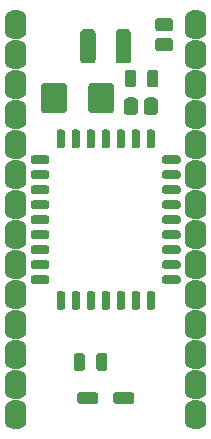
<source format=gts>
G04 #@! TF.GenerationSoftware,KiCad,Pcbnew,7.0.10*
G04 #@! TF.CreationDate,2024-04-16T17:13:17-04:00*
G04 #@! TF.ProjectId,GW28R8128,47573238-5238-4313-9238-2e6b69636164,B.1.0*
G04 #@! TF.SameCoordinates,Original*
G04 #@! TF.FileFunction,Soldermask,Top*
G04 #@! TF.FilePolarity,Negative*
%FSLAX46Y46*%
G04 Gerber Fmt 4.6, Leading zero omitted, Abs format (unit mm)*
G04 Created by KiCad (PCBNEW 7.0.10) date 2024-04-16 17:13:17*
%MOMM*%
%LPD*%
G01*
G04 APERTURE LIST*
G04 APERTURE END LIST*
G36*
X40995900Y-52157941D02*
G01*
X41003353Y-52160106D01*
X41010250Y-52160733D01*
X41075544Y-52181079D01*
X41151160Y-52203048D01*
X41156859Y-52206418D01*
X41159527Y-52207250D01*
X41216398Y-52241630D01*
X41290325Y-52285350D01*
X41404650Y-52399675D01*
X41448387Y-52473631D01*
X41482749Y-52530472D01*
X41483579Y-52533137D01*
X41486952Y-52538840D01*
X41508929Y-52614488D01*
X41529266Y-52679749D01*
X41529892Y-52686642D01*
X41532059Y-52694100D01*
X41540000Y-52795000D01*
X41540000Y-53885000D01*
X41532059Y-53985900D01*
X41529892Y-53993358D01*
X41529266Y-54000250D01*
X41508934Y-54065496D01*
X41486952Y-54141160D01*
X41483579Y-54146863D01*
X41482749Y-54149527D01*
X41448414Y-54206322D01*
X41404650Y-54280325D01*
X41290325Y-54394650D01*
X41216322Y-54438414D01*
X41159527Y-54472749D01*
X41156863Y-54473579D01*
X41151160Y-54476952D01*
X41075496Y-54498934D01*
X41010250Y-54519266D01*
X41003358Y-54519892D01*
X40995900Y-54522059D01*
X40895000Y-54530000D01*
X40385000Y-54530000D01*
X40284100Y-54522059D01*
X40276642Y-54519892D01*
X40269749Y-54519266D01*
X40204488Y-54498929D01*
X40128840Y-54476952D01*
X40123137Y-54473579D01*
X40120472Y-54472749D01*
X40063631Y-54438387D01*
X39989675Y-54394650D01*
X39875350Y-54280325D01*
X39831630Y-54206398D01*
X39797250Y-54149527D01*
X39796418Y-54146859D01*
X39793048Y-54141160D01*
X39771079Y-54065544D01*
X39750733Y-54000250D01*
X39750106Y-53993353D01*
X39747941Y-53985900D01*
X39740000Y-53885000D01*
X39740000Y-52795000D01*
X39747941Y-52694100D01*
X39750106Y-52686647D01*
X39750733Y-52679749D01*
X39771084Y-52614440D01*
X39793048Y-52538840D01*
X39796418Y-52533141D01*
X39797250Y-52530472D01*
X39831657Y-52473554D01*
X39875350Y-52399675D01*
X39989675Y-52285350D01*
X40063554Y-52241657D01*
X40120472Y-52207250D01*
X40123141Y-52206418D01*
X40128840Y-52203048D01*
X40204440Y-52181084D01*
X40269749Y-52160733D01*
X40276647Y-52160106D01*
X40284100Y-52157941D01*
X40385000Y-52150000D01*
X40895000Y-52150000D01*
X40995900Y-52157941D01*
G37*
G36*
X56235900Y-52157941D02*
G01*
X56243353Y-52160106D01*
X56250250Y-52160733D01*
X56315544Y-52181079D01*
X56391160Y-52203048D01*
X56396859Y-52206418D01*
X56399527Y-52207250D01*
X56456398Y-52241630D01*
X56530325Y-52285350D01*
X56644650Y-52399675D01*
X56688387Y-52473631D01*
X56722749Y-52530472D01*
X56723579Y-52533137D01*
X56726952Y-52538840D01*
X56748929Y-52614488D01*
X56769266Y-52679749D01*
X56769892Y-52686642D01*
X56772059Y-52694100D01*
X56780000Y-52795000D01*
X56780000Y-53885000D01*
X56772059Y-53985900D01*
X56769892Y-53993358D01*
X56769266Y-54000250D01*
X56748934Y-54065496D01*
X56726952Y-54141160D01*
X56723579Y-54146863D01*
X56722749Y-54149527D01*
X56688414Y-54206322D01*
X56644650Y-54280325D01*
X56530325Y-54394650D01*
X56456322Y-54438414D01*
X56399527Y-54472749D01*
X56396863Y-54473579D01*
X56391160Y-54476952D01*
X56315496Y-54498934D01*
X56250250Y-54519266D01*
X56243358Y-54519892D01*
X56235900Y-54522059D01*
X56135000Y-54530000D01*
X55625000Y-54530000D01*
X55524100Y-54522059D01*
X55516642Y-54519892D01*
X55509749Y-54519266D01*
X55444488Y-54498929D01*
X55368840Y-54476952D01*
X55363137Y-54473579D01*
X55360472Y-54472749D01*
X55303631Y-54438387D01*
X55229675Y-54394650D01*
X55115350Y-54280325D01*
X55071630Y-54206398D01*
X55037250Y-54149527D01*
X55036418Y-54146859D01*
X55033048Y-54141160D01*
X55011079Y-54065544D01*
X54990733Y-54000250D01*
X54990106Y-53993353D01*
X54987941Y-53985900D01*
X54980000Y-53885000D01*
X54980000Y-52795000D01*
X54987941Y-52694100D01*
X54990106Y-52686647D01*
X54990733Y-52679749D01*
X55011084Y-52614440D01*
X55033048Y-52538840D01*
X55036418Y-52533141D01*
X55037250Y-52530472D01*
X55071657Y-52473554D01*
X55115350Y-52399675D01*
X55229675Y-52285350D01*
X55303554Y-52241657D01*
X55360472Y-52207250D01*
X55363141Y-52206418D01*
X55368840Y-52203048D01*
X55444440Y-52181084D01*
X55509749Y-52160733D01*
X55516647Y-52160106D01*
X55524100Y-52157941D01*
X55625000Y-52150000D01*
X56135000Y-52150000D01*
X56235900Y-52157941D01*
G37*
G36*
X47369149Y-51444621D02*
G01*
X47430631Y-51452715D01*
X47446096Y-51459926D01*
X47466238Y-51463933D01*
X47492915Y-51481758D01*
X47518170Y-51493535D01*
X47533535Y-51508900D01*
X47555454Y-51523546D01*
X47570099Y-51545464D01*
X47585464Y-51560829D01*
X47597239Y-51586081D01*
X47615067Y-51612762D01*
X47619073Y-51632905D01*
X47626284Y-51648368D01*
X47634376Y-51709837D01*
X47636000Y-51718000D01*
X47636000Y-52168000D01*
X47634375Y-52176164D01*
X47626284Y-52237631D01*
X47619074Y-52253092D01*
X47615067Y-52273238D01*
X47597237Y-52299920D01*
X47585464Y-52325170D01*
X47570102Y-52340531D01*
X47555454Y-52362454D01*
X47533531Y-52377102D01*
X47518170Y-52392464D01*
X47492920Y-52404237D01*
X47466238Y-52422067D01*
X47446092Y-52426074D01*
X47430631Y-52433284D01*
X47369164Y-52441375D01*
X47361000Y-52443000D01*
X46111000Y-52443000D01*
X46102837Y-52441376D01*
X46041368Y-52433284D01*
X46025905Y-52426073D01*
X46005762Y-52422067D01*
X45979081Y-52404239D01*
X45953829Y-52392464D01*
X45938464Y-52377099D01*
X45916546Y-52362454D01*
X45901900Y-52340535D01*
X45886535Y-52325170D01*
X45874758Y-52299915D01*
X45856933Y-52273238D01*
X45852926Y-52253096D01*
X45845715Y-52237631D01*
X45837621Y-52176149D01*
X45836000Y-52168000D01*
X45836000Y-51718000D01*
X45837620Y-51709852D01*
X45845715Y-51648368D01*
X45852926Y-51632901D01*
X45856933Y-51612762D01*
X45874757Y-51586086D01*
X45886535Y-51560829D01*
X45901902Y-51545461D01*
X45916546Y-51523546D01*
X45938461Y-51508902D01*
X45953829Y-51493535D01*
X45979086Y-51481757D01*
X46005762Y-51463933D01*
X46025901Y-51459926D01*
X46041368Y-51452715D01*
X46102852Y-51444620D01*
X46111000Y-51443000D01*
X47361000Y-51443000D01*
X47369149Y-51444621D01*
G37*
G36*
X50417149Y-51444621D02*
G01*
X50478631Y-51452715D01*
X50494096Y-51459926D01*
X50514238Y-51463933D01*
X50540915Y-51481758D01*
X50566170Y-51493535D01*
X50581535Y-51508900D01*
X50603454Y-51523546D01*
X50618099Y-51545464D01*
X50633464Y-51560829D01*
X50645239Y-51586081D01*
X50663067Y-51612762D01*
X50667073Y-51632905D01*
X50674284Y-51648368D01*
X50682376Y-51709837D01*
X50684000Y-51718000D01*
X50684000Y-52168000D01*
X50682375Y-52176164D01*
X50674284Y-52237631D01*
X50667074Y-52253092D01*
X50663067Y-52273238D01*
X50645237Y-52299920D01*
X50633464Y-52325170D01*
X50618102Y-52340531D01*
X50603454Y-52362454D01*
X50581531Y-52377102D01*
X50566170Y-52392464D01*
X50540920Y-52404237D01*
X50514238Y-52422067D01*
X50494092Y-52426074D01*
X50478631Y-52433284D01*
X50417164Y-52441375D01*
X50409000Y-52443000D01*
X49159000Y-52443000D01*
X49150837Y-52441376D01*
X49089368Y-52433284D01*
X49073905Y-52426073D01*
X49053762Y-52422067D01*
X49027081Y-52404239D01*
X49001829Y-52392464D01*
X48986464Y-52377099D01*
X48964546Y-52362454D01*
X48949900Y-52340535D01*
X48934535Y-52325170D01*
X48922758Y-52299915D01*
X48904933Y-52273238D01*
X48900926Y-52253096D01*
X48893715Y-52237631D01*
X48885621Y-52176149D01*
X48884000Y-52168000D01*
X48884000Y-51718000D01*
X48885620Y-51709852D01*
X48893715Y-51648368D01*
X48900926Y-51632901D01*
X48904933Y-51612762D01*
X48922757Y-51586086D01*
X48934535Y-51560829D01*
X48949902Y-51545461D01*
X48964546Y-51523546D01*
X48986461Y-51508902D01*
X49001829Y-51493535D01*
X49027086Y-51481757D01*
X49053762Y-51463933D01*
X49073901Y-51459926D01*
X49089368Y-51452715D01*
X49150852Y-51444620D01*
X49159000Y-51443000D01*
X50409000Y-51443000D01*
X50417149Y-51444621D01*
G37*
G36*
X40995900Y-49617941D02*
G01*
X41003353Y-49620106D01*
X41010250Y-49620733D01*
X41075544Y-49641079D01*
X41151160Y-49663048D01*
X41156859Y-49666418D01*
X41159527Y-49667250D01*
X41216398Y-49701630D01*
X41290325Y-49745350D01*
X41404650Y-49859675D01*
X41448387Y-49933631D01*
X41482749Y-49990472D01*
X41483579Y-49993137D01*
X41486952Y-49998840D01*
X41508929Y-50074488D01*
X41529266Y-50139749D01*
X41529892Y-50146642D01*
X41532059Y-50154100D01*
X41540000Y-50255000D01*
X41540000Y-51345000D01*
X41532059Y-51445900D01*
X41529892Y-51453358D01*
X41529266Y-51460250D01*
X41508934Y-51525496D01*
X41486952Y-51601160D01*
X41483579Y-51606863D01*
X41482749Y-51609527D01*
X41448414Y-51666322D01*
X41404650Y-51740325D01*
X41290325Y-51854650D01*
X41216322Y-51898414D01*
X41159527Y-51932749D01*
X41156863Y-51933579D01*
X41151160Y-51936952D01*
X41075496Y-51958934D01*
X41010250Y-51979266D01*
X41003358Y-51979892D01*
X40995900Y-51982059D01*
X40895000Y-51990000D01*
X40385000Y-51990000D01*
X40284100Y-51982059D01*
X40276642Y-51979892D01*
X40269749Y-51979266D01*
X40204488Y-51958929D01*
X40128840Y-51936952D01*
X40123137Y-51933579D01*
X40120472Y-51932749D01*
X40063631Y-51898387D01*
X39989675Y-51854650D01*
X39875350Y-51740325D01*
X39831630Y-51666398D01*
X39797250Y-51609527D01*
X39796418Y-51606859D01*
X39793048Y-51601160D01*
X39771079Y-51525544D01*
X39750733Y-51460250D01*
X39750106Y-51453353D01*
X39747941Y-51445900D01*
X39740000Y-51345000D01*
X39740000Y-50255000D01*
X39747941Y-50154100D01*
X39750106Y-50146647D01*
X39750733Y-50139749D01*
X39771084Y-50074440D01*
X39793048Y-49998840D01*
X39796418Y-49993141D01*
X39797250Y-49990472D01*
X39831657Y-49933554D01*
X39875350Y-49859675D01*
X39989675Y-49745350D01*
X40063554Y-49701657D01*
X40120472Y-49667250D01*
X40123141Y-49666418D01*
X40128840Y-49663048D01*
X40204440Y-49641084D01*
X40269749Y-49620733D01*
X40276647Y-49620106D01*
X40284100Y-49617941D01*
X40385000Y-49610000D01*
X40895000Y-49610000D01*
X40995900Y-49617941D01*
G37*
G36*
X56235900Y-49617941D02*
G01*
X56243353Y-49620106D01*
X56250250Y-49620733D01*
X56315544Y-49641079D01*
X56391160Y-49663048D01*
X56396859Y-49666418D01*
X56399527Y-49667250D01*
X56456398Y-49701630D01*
X56530325Y-49745350D01*
X56644650Y-49859675D01*
X56688387Y-49933631D01*
X56722749Y-49990472D01*
X56723579Y-49993137D01*
X56726952Y-49998840D01*
X56748929Y-50074488D01*
X56769266Y-50139749D01*
X56769892Y-50146642D01*
X56772059Y-50154100D01*
X56780000Y-50255000D01*
X56780000Y-51345000D01*
X56772059Y-51445900D01*
X56769892Y-51453358D01*
X56769266Y-51460250D01*
X56748934Y-51525496D01*
X56726952Y-51601160D01*
X56723579Y-51606863D01*
X56722749Y-51609527D01*
X56688414Y-51666322D01*
X56644650Y-51740325D01*
X56530325Y-51854650D01*
X56456322Y-51898414D01*
X56399527Y-51932749D01*
X56396863Y-51933579D01*
X56391160Y-51936952D01*
X56315496Y-51958934D01*
X56250250Y-51979266D01*
X56243358Y-51979892D01*
X56235900Y-51982059D01*
X56135000Y-51990000D01*
X55625000Y-51990000D01*
X55524100Y-51982059D01*
X55516642Y-51979892D01*
X55509749Y-51979266D01*
X55444488Y-51958929D01*
X55368840Y-51936952D01*
X55363137Y-51933579D01*
X55360472Y-51932749D01*
X55303631Y-51898387D01*
X55229675Y-51854650D01*
X55115350Y-51740325D01*
X55071630Y-51666398D01*
X55037250Y-51609527D01*
X55036418Y-51606859D01*
X55033048Y-51601160D01*
X55011079Y-51525544D01*
X54990733Y-51460250D01*
X54990106Y-51453353D01*
X54987941Y-51445900D01*
X54980000Y-51345000D01*
X54980000Y-50255000D01*
X54987941Y-50154100D01*
X54990106Y-50146647D01*
X54990733Y-50139749D01*
X55011084Y-50074440D01*
X55033048Y-49998840D01*
X55036418Y-49993141D01*
X55037250Y-49990472D01*
X55071657Y-49933554D01*
X55115350Y-49859675D01*
X55229675Y-49745350D01*
X55303554Y-49701657D01*
X55360472Y-49667250D01*
X55363141Y-49666418D01*
X55368840Y-49663048D01*
X55444440Y-49641084D01*
X55509749Y-49620733D01*
X55516647Y-49620106D01*
X55524100Y-49617941D01*
X55625000Y-49610000D01*
X56135000Y-49610000D01*
X56235900Y-49617941D01*
G37*
G36*
X46260648Y-48146620D02*
G01*
X46318896Y-48154289D01*
X46333549Y-48161122D01*
X46352954Y-48164982D01*
X46378657Y-48182156D01*
X46402500Y-48193274D01*
X46417003Y-48207777D01*
X46438116Y-48221884D01*
X46452222Y-48242996D01*
X46466725Y-48257499D01*
X46477842Y-48281339D01*
X46495018Y-48307046D01*
X46498878Y-48326452D01*
X46505710Y-48341103D01*
X46513376Y-48399338D01*
X46515000Y-48407500D01*
X46515000Y-49382500D01*
X46513376Y-49390663D01*
X46505710Y-49448896D01*
X46498878Y-49463546D01*
X46495018Y-49482954D01*
X46477840Y-49508662D01*
X46466725Y-49532500D01*
X46452224Y-49547000D01*
X46438116Y-49568116D01*
X46417000Y-49582224D01*
X46402500Y-49596725D01*
X46378662Y-49607840D01*
X46352954Y-49625018D01*
X46333546Y-49628878D01*
X46318896Y-49635710D01*
X46260663Y-49643376D01*
X46252500Y-49645000D01*
X45827500Y-49645000D01*
X45819338Y-49643376D01*
X45761103Y-49635710D01*
X45746452Y-49628878D01*
X45727046Y-49625018D01*
X45701339Y-49607842D01*
X45677499Y-49596725D01*
X45662996Y-49582222D01*
X45641884Y-49568116D01*
X45627777Y-49547003D01*
X45613274Y-49532500D01*
X45602156Y-49508657D01*
X45584982Y-49482954D01*
X45581122Y-49463549D01*
X45574289Y-49448896D01*
X45566620Y-49390648D01*
X45565000Y-49382500D01*
X45565000Y-48407500D01*
X45566620Y-48399353D01*
X45574289Y-48341103D01*
X45581122Y-48326448D01*
X45584982Y-48307046D01*
X45602154Y-48281344D01*
X45613274Y-48257499D01*
X45627779Y-48242993D01*
X45641884Y-48221884D01*
X45662993Y-48207779D01*
X45677499Y-48193274D01*
X45701344Y-48182154D01*
X45727046Y-48164982D01*
X45746448Y-48161122D01*
X45761103Y-48154289D01*
X45819353Y-48146620D01*
X45827500Y-48145000D01*
X46252500Y-48145000D01*
X46260648Y-48146620D01*
G37*
G36*
X48160648Y-48146620D02*
G01*
X48218896Y-48154289D01*
X48233549Y-48161122D01*
X48252954Y-48164982D01*
X48278657Y-48182156D01*
X48302500Y-48193274D01*
X48317003Y-48207777D01*
X48338116Y-48221884D01*
X48352222Y-48242996D01*
X48366725Y-48257499D01*
X48377842Y-48281339D01*
X48395018Y-48307046D01*
X48398878Y-48326452D01*
X48405710Y-48341103D01*
X48413376Y-48399338D01*
X48415000Y-48407500D01*
X48415000Y-49382500D01*
X48413376Y-49390663D01*
X48405710Y-49448896D01*
X48398878Y-49463546D01*
X48395018Y-49482954D01*
X48377840Y-49508662D01*
X48366725Y-49532500D01*
X48352224Y-49547000D01*
X48338116Y-49568116D01*
X48317000Y-49582224D01*
X48302500Y-49596725D01*
X48278662Y-49607840D01*
X48252954Y-49625018D01*
X48233546Y-49628878D01*
X48218896Y-49635710D01*
X48160663Y-49643376D01*
X48152500Y-49645000D01*
X47727500Y-49645000D01*
X47719338Y-49643376D01*
X47661103Y-49635710D01*
X47646452Y-49628878D01*
X47627046Y-49625018D01*
X47601339Y-49607842D01*
X47577499Y-49596725D01*
X47562996Y-49582222D01*
X47541884Y-49568116D01*
X47527777Y-49547003D01*
X47513274Y-49532500D01*
X47502156Y-49508657D01*
X47484982Y-49482954D01*
X47481122Y-49463549D01*
X47474289Y-49448896D01*
X47466620Y-49390648D01*
X47465000Y-49382500D01*
X47465000Y-48407500D01*
X47466620Y-48399353D01*
X47474289Y-48341103D01*
X47481122Y-48326448D01*
X47484982Y-48307046D01*
X47502154Y-48281344D01*
X47513274Y-48257499D01*
X47527779Y-48242993D01*
X47541884Y-48221884D01*
X47562993Y-48207779D01*
X47577499Y-48193274D01*
X47601344Y-48182154D01*
X47627046Y-48164982D01*
X47646448Y-48161122D01*
X47661103Y-48154289D01*
X47719353Y-48146620D01*
X47727500Y-48145000D01*
X48152500Y-48145000D01*
X48160648Y-48146620D01*
G37*
G36*
X40995900Y-47077941D02*
G01*
X41003353Y-47080106D01*
X41010250Y-47080733D01*
X41075544Y-47101079D01*
X41151160Y-47123048D01*
X41156859Y-47126418D01*
X41159527Y-47127250D01*
X41216398Y-47161630D01*
X41290325Y-47205350D01*
X41404650Y-47319675D01*
X41448387Y-47393631D01*
X41482749Y-47450472D01*
X41483579Y-47453137D01*
X41486952Y-47458840D01*
X41508929Y-47534488D01*
X41529266Y-47599749D01*
X41529892Y-47606642D01*
X41532059Y-47614100D01*
X41540000Y-47715000D01*
X41540000Y-48805000D01*
X41532059Y-48905900D01*
X41529892Y-48913358D01*
X41529266Y-48920250D01*
X41508934Y-48985496D01*
X41486952Y-49061160D01*
X41483579Y-49066863D01*
X41482749Y-49069527D01*
X41448414Y-49126322D01*
X41404650Y-49200325D01*
X41290325Y-49314650D01*
X41216322Y-49358414D01*
X41159527Y-49392749D01*
X41156863Y-49393579D01*
X41151160Y-49396952D01*
X41075496Y-49418934D01*
X41010250Y-49439266D01*
X41003358Y-49439892D01*
X40995900Y-49442059D01*
X40895000Y-49450000D01*
X40385000Y-49450000D01*
X40284100Y-49442059D01*
X40276642Y-49439892D01*
X40269749Y-49439266D01*
X40204488Y-49418929D01*
X40128840Y-49396952D01*
X40123137Y-49393579D01*
X40120472Y-49392749D01*
X40063631Y-49358387D01*
X39989675Y-49314650D01*
X39875350Y-49200325D01*
X39831630Y-49126398D01*
X39797250Y-49069527D01*
X39796418Y-49066859D01*
X39793048Y-49061160D01*
X39771079Y-48985544D01*
X39750733Y-48920250D01*
X39750106Y-48913353D01*
X39747941Y-48905900D01*
X39740000Y-48805000D01*
X39740000Y-47715000D01*
X39747941Y-47614100D01*
X39750106Y-47606647D01*
X39750733Y-47599749D01*
X39771084Y-47534440D01*
X39793048Y-47458840D01*
X39796418Y-47453141D01*
X39797250Y-47450472D01*
X39831657Y-47393554D01*
X39875350Y-47319675D01*
X39989675Y-47205350D01*
X40063554Y-47161657D01*
X40120472Y-47127250D01*
X40123141Y-47126418D01*
X40128840Y-47123048D01*
X40204440Y-47101084D01*
X40269749Y-47080733D01*
X40276647Y-47080106D01*
X40284100Y-47077941D01*
X40385000Y-47070000D01*
X40895000Y-47070000D01*
X40995900Y-47077941D01*
G37*
G36*
X56235900Y-47077941D02*
G01*
X56243353Y-47080106D01*
X56250250Y-47080733D01*
X56315544Y-47101079D01*
X56391160Y-47123048D01*
X56396859Y-47126418D01*
X56399527Y-47127250D01*
X56456398Y-47161630D01*
X56530325Y-47205350D01*
X56644650Y-47319675D01*
X56688387Y-47393631D01*
X56722749Y-47450472D01*
X56723579Y-47453137D01*
X56726952Y-47458840D01*
X56748929Y-47534488D01*
X56769266Y-47599749D01*
X56769892Y-47606642D01*
X56772059Y-47614100D01*
X56780000Y-47715000D01*
X56780000Y-48805000D01*
X56772059Y-48905900D01*
X56769892Y-48913358D01*
X56769266Y-48920250D01*
X56748934Y-48985496D01*
X56726952Y-49061160D01*
X56723579Y-49066863D01*
X56722749Y-49069527D01*
X56688414Y-49126322D01*
X56644650Y-49200325D01*
X56530325Y-49314650D01*
X56456322Y-49358414D01*
X56399527Y-49392749D01*
X56396863Y-49393579D01*
X56391160Y-49396952D01*
X56315496Y-49418934D01*
X56250250Y-49439266D01*
X56243358Y-49439892D01*
X56235900Y-49442059D01*
X56135000Y-49450000D01*
X55625000Y-49450000D01*
X55524100Y-49442059D01*
X55516642Y-49439892D01*
X55509749Y-49439266D01*
X55444488Y-49418929D01*
X55368840Y-49396952D01*
X55363137Y-49393579D01*
X55360472Y-49392749D01*
X55303631Y-49358387D01*
X55229675Y-49314650D01*
X55115350Y-49200325D01*
X55071630Y-49126398D01*
X55037250Y-49069527D01*
X55036418Y-49066859D01*
X55033048Y-49061160D01*
X55011079Y-48985544D01*
X54990733Y-48920250D01*
X54990106Y-48913353D01*
X54987941Y-48905900D01*
X54980000Y-48805000D01*
X54980000Y-47715000D01*
X54987941Y-47614100D01*
X54990106Y-47606647D01*
X54990733Y-47599749D01*
X55011084Y-47534440D01*
X55033048Y-47458840D01*
X55036418Y-47453141D01*
X55037250Y-47450472D01*
X55071657Y-47393554D01*
X55115350Y-47319675D01*
X55229675Y-47205350D01*
X55303554Y-47161657D01*
X55360472Y-47127250D01*
X55363141Y-47126418D01*
X55368840Y-47123048D01*
X55444440Y-47101084D01*
X55509749Y-47080733D01*
X55516647Y-47080106D01*
X55524100Y-47077941D01*
X55625000Y-47070000D01*
X56135000Y-47070000D01*
X56235900Y-47077941D01*
G37*
G36*
X40995900Y-44537941D02*
G01*
X41003353Y-44540106D01*
X41010250Y-44540733D01*
X41075544Y-44561079D01*
X41151160Y-44583048D01*
X41156859Y-44586418D01*
X41159527Y-44587250D01*
X41216398Y-44621630D01*
X41290325Y-44665350D01*
X41404650Y-44779675D01*
X41448387Y-44853631D01*
X41482749Y-44910472D01*
X41483579Y-44913137D01*
X41486952Y-44918840D01*
X41508929Y-44994488D01*
X41529266Y-45059749D01*
X41529892Y-45066642D01*
X41532059Y-45074100D01*
X41540000Y-45175000D01*
X41540000Y-46265000D01*
X41532059Y-46365900D01*
X41529892Y-46373358D01*
X41529266Y-46380250D01*
X41508934Y-46445496D01*
X41486952Y-46521160D01*
X41483579Y-46526863D01*
X41482749Y-46529527D01*
X41448414Y-46586322D01*
X41404650Y-46660325D01*
X41290325Y-46774650D01*
X41216322Y-46818414D01*
X41159527Y-46852749D01*
X41156863Y-46853579D01*
X41151160Y-46856952D01*
X41075496Y-46878934D01*
X41010250Y-46899266D01*
X41003358Y-46899892D01*
X40995900Y-46902059D01*
X40895000Y-46910000D01*
X40385000Y-46910000D01*
X40284100Y-46902059D01*
X40276642Y-46899892D01*
X40269749Y-46899266D01*
X40204488Y-46878929D01*
X40128840Y-46856952D01*
X40123137Y-46853579D01*
X40120472Y-46852749D01*
X40063631Y-46818387D01*
X39989675Y-46774650D01*
X39875350Y-46660325D01*
X39831630Y-46586398D01*
X39797250Y-46529527D01*
X39796418Y-46526859D01*
X39793048Y-46521160D01*
X39771079Y-46445544D01*
X39750733Y-46380250D01*
X39750106Y-46373353D01*
X39747941Y-46365900D01*
X39740000Y-46265000D01*
X39740000Y-45175000D01*
X39747941Y-45074100D01*
X39750106Y-45066647D01*
X39750733Y-45059749D01*
X39771084Y-44994440D01*
X39793048Y-44918840D01*
X39796418Y-44913141D01*
X39797250Y-44910472D01*
X39831657Y-44853554D01*
X39875350Y-44779675D01*
X39989675Y-44665350D01*
X40063554Y-44621657D01*
X40120472Y-44587250D01*
X40123141Y-44586418D01*
X40128840Y-44583048D01*
X40204440Y-44561084D01*
X40269749Y-44540733D01*
X40276647Y-44540106D01*
X40284100Y-44537941D01*
X40385000Y-44530000D01*
X40895000Y-44530000D01*
X40995900Y-44537941D01*
G37*
G36*
X56235900Y-44537941D02*
G01*
X56243353Y-44540106D01*
X56250250Y-44540733D01*
X56315544Y-44561079D01*
X56391160Y-44583048D01*
X56396859Y-44586418D01*
X56399527Y-44587250D01*
X56456398Y-44621630D01*
X56530325Y-44665350D01*
X56644650Y-44779675D01*
X56688387Y-44853631D01*
X56722749Y-44910472D01*
X56723579Y-44913137D01*
X56726952Y-44918840D01*
X56748929Y-44994488D01*
X56769266Y-45059749D01*
X56769892Y-45066642D01*
X56772059Y-45074100D01*
X56780000Y-45175000D01*
X56780000Y-46265000D01*
X56772059Y-46365900D01*
X56769892Y-46373358D01*
X56769266Y-46380250D01*
X56748934Y-46445496D01*
X56726952Y-46521160D01*
X56723579Y-46526863D01*
X56722749Y-46529527D01*
X56688414Y-46586322D01*
X56644650Y-46660325D01*
X56530325Y-46774650D01*
X56456322Y-46818414D01*
X56399527Y-46852749D01*
X56396863Y-46853579D01*
X56391160Y-46856952D01*
X56315496Y-46878934D01*
X56250250Y-46899266D01*
X56243358Y-46899892D01*
X56235900Y-46902059D01*
X56135000Y-46910000D01*
X55625000Y-46910000D01*
X55524100Y-46902059D01*
X55516642Y-46899892D01*
X55509749Y-46899266D01*
X55444488Y-46878929D01*
X55368840Y-46856952D01*
X55363137Y-46853579D01*
X55360472Y-46852749D01*
X55303631Y-46818387D01*
X55229675Y-46774650D01*
X55115350Y-46660325D01*
X55071630Y-46586398D01*
X55037250Y-46529527D01*
X55036418Y-46526859D01*
X55033048Y-46521160D01*
X55011079Y-46445544D01*
X54990733Y-46380250D01*
X54990106Y-46373353D01*
X54987941Y-46365900D01*
X54980000Y-46265000D01*
X54980000Y-45175000D01*
X54987941Y-45074100D01*
X54990106Y-45066647D01*
X54990733Y-45059749D01*
X55011084Y-44994440D01*
X55033048Y-44918840D01*
X55036418Y-44913141D01*
X55037250Y-44910472D01*
X55071657Y-44853554D01*
X55115350Y-44779675D01*
X55229675Y-44665350D01*
X55303554Y-44621657D01*
X55360472Y-44587250D01*
X55363141Y-44586418D01*
X55368840Y-44583048D01*
X55444440Y-44561084D01*
X55509749Y-44540733D01*
X55516647Y-44540106D01*
X55524100Y-44537941D01*
X55625000Y-44530000D01*
X56135000Y-44530000D01*
X56235900Y-44537941D01*
G37*
G36*
X44676537Y-42895224D02*
G01*
X44741421Y-42938579D01*
X44784776Y-43003463D01*
X44800000Y-43080000D01*
X44800000Y-44255000D01*
X44784776Y-44331537D01*
X44741421Y-44396421D01*
X44676537Y-44439776D01*
X44600000Y-44455000D01*
X44300000Y-44455000D01*
X44223463Y-44439776D01*
X44158579Y-44396421D01*
X44115224Y-44331537D01*
X44100000Y-44255000D01*
X44100000Y-43080000D01*
X44115224Y-43003463D01*
X44158579Y-42938579D01*
X44223463Y-42895224D01*
X44300000Y-42880000D01*
X44600000Y-42880000D01*
X44676537Y-42895224D01*
G37*
G36*
X45946537Y-42895224D02*
G01*
X46011421Y-42938579D01*
X46054776Y-43003463D01*
X46070000Y-43080000D01*
X46070000Y-44255000D01*
X46054776Y-44331537D01*
X46011421Y-44396421D01*
X45946537Y-44439776D01*
X45870000Y-44455000D01*
X45570000Y-44455000D01*
X45493463Y-44439776D01*
X45428579Y-44396421D01*
X45385224Y-44331537D01*
X45370000Y-44255000D01*
X45370000Y-43080000D01*
X45385224Y-43003463D01*
X45428579Y-42938579D01*
X45493463Y-42895224D01*
X45570000Y-42880000D01*
X45870000Y-42880000D01*
X45946537Y-42895224D01*
G37*
G36*
X47216537Y-42895224D02*
G01*
X47281421Y-42938579D01*
X47324776Y-43003463D01*
X47340000Y-43080000D01*
X47340000Y-44255000D01*
X47324776Y-44331537D01*
X47281421Y-44396421D01*
X47216537Y-44439776D01*
X47140000Y-44455000D01*
X46840000Y-44455000D01*
X46763463Y-44439776D01*
X46698579Y-44396421D01*
X46655224Y-44331537D01*
X46640000Y-44255000D01*
X46640000Y-43080000D01*
X46655224Y-43003463D01*
X46698579Y-42938579D01*
X46763463Y-42895224D01*
X46840000Y-42880000D01*
X47140000Y-42880000D01*
X47216537Y-42895224D01*
G37*
G36*
X48486537Y-42895224D02*
G01*
X48551421Y-42938579D01*
X48594776Y-43003463D01*
X48610000Y-43080000D01*
X48610000Y-44255000D01*
X48594776Y-44331537D01*
X48551421Y-44396421D01*
X48486537Y-44439776D01*
X48410000Y-44455000D01*
X48110000Y-44455000D01*
X48033463Y-44439776D01*
X47968579Y-44396421D01*
X47925224Y-44331537D01*
X47910000Y-44255000D01*
X47910000Y-43080000D01*
X47925224Y-43003463D01*
X47968579Y-42938579D01*
X48033463Y-42895224D01*
X48110000Y-42880000D01*
X48410000Y-42880000D01*
X48486537Y-42895224D01*
G37*
G36*
X49756537Y-42895224D02*
G01*
X49821421Y-42938579D01*
X49864776Y-43003463D01*
X49880000Y-43080000D01*
X49880000Y-44255000D01*
X49864776Y-44331537D01*
X49821421Y-44396421D01*
X49756537Y-44439776D01*
X49680000Y-44455000D01*
X49380000Y-44455000D01*
X49303463Y-44439776D01*
X49238579Y-44396421D01*
X49195224Y-44331537D01*
X49180000Y-44255000D01*
X49180000Y-43080000D01*
X49195224Y-43003463D01*
X49238579Y-42938579D01*
X49303463Y-42895224D01*
X49380000Y-42880000D01*
X49680000Y-42880000D01*
X49756537Y-42895224D01*
G37*
G36*
X51026537Y-42895224D02*
G01*
X51091421Y-42938579D01*
X51134776Y-43003463D01*
X51150000Y-43080000D01*
X51150000Y-44255000D01*
X51134776Y-44331537D01*
X51091421Y-44396421D01*
X51026537Y-44439776D01*
X50950000Y-44455000D01*
X50650000Y-44455000D01*
X50573463Y-44439776D01*
X50508579Y-44396421D01*
X50465224Y-44331537D01*
X50450000Y-44255000D01*
X50450000Y-43080000D01*
X50465224Y-43003463D01*
X50508579Y-42938579D01*
X50573463Y-42895224D01*
X50650000Y-42880000D01*
X50950000Y-42880000D01*
X51026537Y-42895224D01*
G37*
G36*
X52296537Y-42895224D02*
G01*
X52361421Y-42938579D01*
X52404776Y-43003463D01*
X52420000Y-43080000D01*
X52420000Y-44255000D01*
X52404776Y-44331537D01*
X52361421Y-44396421D01*
X52296537Y-44439776D01*
X52220000Y-44455000D01*
X51920000Y-44455000D01*
X51843463Y-44439776D01*
X51778579Y-44396421D01*
X51735224Y-44331537D01*
X51720000Y-44255000D01*
X51720000Y-43080000D01*
X51735224Y-43003463D01*
X51778579Y-42938579D01*
X51843463Y-42895224D01*
X51920000Y-42880000D01*
X52220000Y-42880000D01*
X52296537Y-42895224D01*
G37*
G36*
X40995900Y-41997941D02*
G01*
X41003353Y-42000106D01*
X41010250Y-42000733D01*
X41075544Y-42021079D01*
X41151160Y-42043048D01*
X41156859Y-42046418D01*
X41159527Y-42047250D01*
X41216398Y-42081630D01*
X41290325Y-42125350D01*
X41404650Y-42239675D01*
X41448387Y-42313631D01*
X41482749Y-42370472D01*
X41483579Y-42373137D01*
X41486952Y-42378840D01*
X41508929Y-42454488D01*
X41529266Y-42519749D01*
X41529892Y-42526642D01*
X41532059Y-42534100D01*
X41540000Y-42635000D01*
X41540000Y-43725000D01*
X41532059Y-43825900D01*
X41529892Y-43833358D01*
X41529266Y-43840250D01*
X41508934Y-43905496D01*
X41486952Y-43981160D01*
X41483579Y-43986863D01*
X41482749Y-43989527D01*
X41448414Y-44046322D01*
X41404650Y-44120325D01*
X41290325Y-44234650D01*
X41216322Y-44278414D01*
X41159527Y-44312749D01*
X41156863Y-44313579D01*
X41151160Y-44316952D01*
X41075496Y-44338934D01*
X41010250Y-44359266D01*
X41003358Y-44359892D01*
X40995900Y-44362059D01*
X40895000Y-44370000D01*
X40385000Y-44370000D01*
X40284100Y-44362059D01*
X40276642Y-44359892D01*
X40269749Y-44359266D01*
X40204488Y-44338929D01*
X40128840Y-44316952D01*
X40123137Y-44313579D01*
X40120472Y-44312749D01*
X40063631Y-44278387D01*
X39989675Y-44234650D01*
X39875350Y-44120325D01*
X39831630Y-44046398D01*
X39797250Y-43989527D01*
X39796418Y-43986859D01*
X39793048Y-43981160D01*
X39771079Y-43905544D01*
X39750733Y-43840250D01*
X39750106Y-43833353D01*
X39747941Y-43825900D01*
X39740000Y-43725000D01*
X39740000Y-42635000D01*
X39747941Y-42534100D01*
X39750106Y-42526647D01*
X39750733Y-42519749D01*
X39771084Y-42454440D01*
X39793048Y-42378840D01*
X39796418Y-42373141D01*
X39797250Y-42370472D01*
X39831657Y-42313554D01*
X39875350Y-42239675D01*
X39989675Y-42125350D01*
X40063554Y-42081657D01*
X40120472Y-42047250D01*
X40123141Y-42046418D01*
X40128840Y-42043048D01*
X40204440Y-42021084D01*
X40269749Y-42000733D01*
X40276647Y-42000106D01*
X40284100Y-41997941D01*
X40385000Y-41990000D01*
X40895000Y-41990000D01*
X40995900Y-41997941D01*
G37*
G36*
X56235900Y-41997941D02*
G01*
X56243353Y-42000106D01*
X56250250Y-42000733D01*
X56315544Y-42021079D01*
X56391160Y-42043048D01*
X56396859Y-42046418D01*
X56399527Y-42047250D01*
X56456398Y-42081630D01*
X56530325Y-42125350D01*
X56644650Y-42239675D01*
X56688387Y-42313631D01*
X56722749Y-42370472D01*
X56723579Y-42373137D01*
X56726952Y-42378840D01*
X56748929Y-42454488D01*
X56769266Y-42519749D01*
X56769892Y-42526642D01*
X56772059Y-42534100D01*
X56780000Y-42635000D01*
X56780000Y-43725000D01*
X56772059Y-43825900D01*
X56769892Y-43833358D01*
X56769266Y-43840250D01*
X56748934Y-43905496D01*
X56726952Y-43981160D01*
X56723579Y-43986863D01*
X56722749Y-43989527D01*
X56688414Y-44046322D01*
X56644650Y-44120325D01*
X56530325Y-44234650D01*
X56456322Y-44278414D01*
X56399527Y-44312749D01*
X56396863Y-44313579D01*
X56391160Y-44316952D01*
X56315496Y-44338934D01*
X56250250Y-44359266D01*
X56243358Y-44359892D01*
X56235900Y-44362059D01*
X56135000Y-44370000D01*
X55625000Y-44370000D01*
X55524100Y-44362059D01*
X55516642Y-44359892D01*
X55509749Y-44359266D01*
X55444488Y-44338929D01*
X55368840Y-44316952D01*
X55363137Y-44313579D01*
X55360472Y-44312749D01*
X55303631Y-44278387D01*
X55229675Y-44234650D01*
X55115350Y-44120325D01*
X55071630Y-44046398D01*
X55037250Y-43989527D01*
X55036418Y-43986859D01*
X55033048Y-43981160D01*
X55011079Y-43905544D01*
X54990733Y-43840250D01*
X54990106Y-43833353D01*
X54987941Y-43825900D01*
X54980000Y-43725000D01*
X54980000Y-42635000D01*
X54987941Y-42534100D01*
X54990106Y-42526647D01*
X54990733Y-42519749D01*
X55011084Y-42454440D01*
X55033048Y-42378840D01*
X55036418Y-42373141D01*
X55037250Y-42370472D01*
X55071657Y-42313554D01*
X55115350Y-42239675D01*
X55229675Y-42125350D01*
X55303554Y-42081657D01*
X55360472Y-42047250D01*
X55363141Y-42046418D01*
X55368840Y-42043048D01*
X55444440Y-42021084D01*
X55509749Y-42000733D01*
X55516647Y-42000106D01*
X55524100Y-41997941D01*
X55625000Y-41990000D01*
X56135000Y-41990000D01*
X56235900Y-41997941D01*
G37*
G36*
X43361537Y-41575224D02*
G01*
X43426421Y-41618579D01*
X43469776Y-41683463D01*
X43485000Y-41760000D01*
X43485000Y-42060000D01*
X43469776Y-42136537D01*
X43426421Y-42201421D01*
X43361537Y-42244776D01*
X43285000Y-42260000D01*
X42110000Y-42260000D01*
X42033463Y-42244776D01*
X41968579Y-42201421D01*
X41925224Y-42136537D01*
X41910000Y-42060000D01*
X41910000Y-41760000D01*
X41925224Y-41683463D01*
X41968579Y-41618579D01*
X42033463Y-41575224D01*
X42110000Y-41560000D01*
X43285000Y-41560000D01*
X43361537Y-41575224D01*
G37*
G36*
X54486537Y-41575224D02*
G01*
X54551421Y-41618579D01*
X54594776Y-41683463D01*
X54610000Y-41760000D01*
X54610000Y-42060000D01*
X54594776Y-42136537D01*
X54551421Y-42201421D01*
X54486537Y-42244776D01*
X54410000Y-42260000D01*
X53235000Y-42260000D01*
X53158463Y-42244776D01*
X53093579Y-42201421D01*
X53050224Y-42136537D01*
X53035000Y-42060000D01*
X53035000Y-41760000D01*
X53050224Y-41683463D01*
X53093579Y-41618579D01*
X53158463Y-41575224D01*
X53235000Y-41560000D01*
X54410000Y-41560000D01*
X54486537Y-41575224D01*
G37*
G36*
X40995900Y-39457941D02*
G01*
X41003353Y-39460106D01*
X41010250Y-39460733D01*
X41075544Y-39481079D01*
X41151160Y-39503048D01*
X41156859Y-39506418D01*
X41159527Y-39507250D01*
X41216398Y-39541630D01*
X41290325Y-39585350D01*
X41404650Y-39699675D01*
X41448387Y-39773631D01*
X41482749Y-39830472D01*
X41483579Y-39833137D01*
X41486952Y-39838840D01*
X41508929Y-39914488D01*
X41529266Y-39979749D01*
X41529892Y-39986642D01*
X41532059Y-39994100D01*
X41540000Y-40095000D01*
X41540000Y-41185000D01*
X41532059Y-41285900D01*
X41529892Y-41293358D01*
X41529266Y-41300250D01*
X41508934Y-41365496D01*
X41486952Y-41441160D01*
X41483579Y-41446863D01*
X41482749Y-41449527D01*
X41448414Y-41506322D01*
X41404650Y-41580325D01*
X41290325Y-41694650D01*
X41216322Y-41738414D01*
X41159527Y-41772749D01*
X41156863Y-41773579D01*
X41151160Y-41776952D01*
X41075496Y-41798934D01*
X41010250Y-41819266D01*
X41003358Y-41819892D01*
X40995900Y-41822059D01*
X40895000Y-41830000D01*
X40385000Y-41830000D01*
X40284100Y-41822059D01*
X40276642Y-41819892D01*
X40269749Y-41819266D01*
X40204488Y-41798929D01*
X40128840Y-41776952D01*
X40123137Y-41773579D01*
X40120472Y-41772749D01*
X40063631Y-41738387D01*
X39989675Y-41694650D01*
X39875350Y-41580325D01*
X39831630Y-41506398D01*
X39797250Y-41449527D01*
X39796418Y-41446859D01*
X39793048Y-41441160D01*
X39771079Y-41365544D01*
X39750733Y-41300250D01*
X39750106Y-41293353D01*
X39747941Y-41285900D01*
X39740000Y-41185000D01*
X39740000Y-40095000D01*
X39747941Y-39994100D01*
X39750106Y-39986647D01*
X39750733Y-39979749D01*
X39771084Y-39914440D01*
X39793048Y-39838840D01*
X39796418Y-39833141D01*
X39797250Y-39830472D01*
X39831657Y-39773554D01*
X39875350Y-39699675D01*
X39989675Y-39585350D01*
X40063554Y-39541657D01*
X40120472Y-39507250D01*
X40123141Y-39506418D01*
X40128840Y-39503048D01*
X40204440Y-39481084D01*
X40269749Y-39460733D01*
X40276647Y-39460106D01*
X40284100Y-39457941D01*
X40385000Y-39450000D01*
X40895000Y-39450000D01*
X40995900Y-39457941D01*
G37*
G36*
X56235900Y-39457941D02*
G01*
X56243353Y-39460106D01*
X56250250Y-39460733D01*
X56315544Y-39481079D01*
X56391160Y-39503048D01*
X56396859Y-39506418D01*
X56399527Y-39507250D01*
X56456398Y-39541630D01*
X56530325Y-39585350D01*
X56644650Y-39699675D01*
X56688387Y-39773631D01*
X56722749Y-39830472D01*
X56723579Y-39833137D01*
X56726952Y-39838840D01*
X56748929Y-39914488D01*
X56769266Y-39979749D01*
X56769892Y-39986642D01*
X56772059Y-39994100D01*
X56780000Y-40095000D01*
X56780000Y-41185000D01*
X56772059Y-41285900D01*
X56769892Y-41293358D01*
X56769266Y-41300250D01*
X56748934Y-41365496D01*
X56726952Y-41441160D01*
X56723579Y-41446863D01*
X56722749Y-41449527D01*
X56688414Y-41506322D01*
X56644650Y-41580325D01*
X56530325Y-41694650D01*
X56456322Y-41738414D01*
X56399527Y-41772749D01*
X56396863Y-41773579D01*
X56391160Y-41776952D01*
X56315496Y-41798934D01*
X56250250Y-41819266D01*
X56243358Y-41819892D01*
X56235900Y-41822059D01*
X56135000Y-41830000D01*
X55625000Y-41830000D01*
X55524100Y-41822059D01*
X55516642Y-41819892D01*
X55509749Y-41819266D01*
X55444488Y-41798929D01*
X55368840Y-41776952D01*
X55363137Y-41773579D01*
X55360472Y-41772749D01*
X55303631Y-41738387D01*
X55229675Y-41694650D01*
X55115350Y-41580325D01*
X55071630Y-41506398D01*
X55037250Y-41449527D01*
X55036418Y-41446859D01*
X55033048Y-41441160D01*
X55011079Y-41365544D01*
X54990733Y-41300250D01*
X54990106Y-41293353D01*
X54987941Y-41285900D01*
X54980000Y-41185000D01*
X54980000Y-40095000D01*
X54987941Y-39994100D01*
X54990106Y-39986647D01*
X54990733Y-39979749D01*
X55011084Y-39914440D01*
X55033048Y-39838840D01*
X55036418Y-39833141D01*
X55037250Y-39830472D01*
X55071657Y-39773554D01*
X55115350Y-39699675D01*
X55229675Y-39585350D01*
X55303554Y-39541657D01*
X55360472Y-39507250D01*
X55363141Y-39506418D01*
X55368840Y-39503048D01*
X55444440Y-39481084D01*
X55509749Y-39460733D01*
X55516647Y-39460106D01*
X55524100Y-39457941D01*
X55625000Y-39450000D01*
X56135000Y-39450000D01*
X56235900Y-39457941D01*
G37*
G36*
X43361537Y-40305224D02*
G01*
X43426421Y-40348579D01*
X43469776Y-40413463D01*
X43485000Y-40490000D01*
X43485000Y-40790000D01*
X43469776Y-40866537D01*
X43426421Y-40931421D01*
X43361537Y-40974776D01*
X43285000Y-40990000D01*
X42110000Y-40990000D01*
X42033463Y-40974776D01*
X41968579Y-40931421D01*
X41925224Y-40866537D01*
X41910000Y-40790000D01*
X41910000Y-40490000D01*
X41925224Y-40413463D01*
X41968579Y-40348579D01*
X42033463Y-40305224D01*
X42110000Y-40290000D01*
X43285000Y-40290000D01*
X43361537Y-40305224D01*
G37*
G36*
X54486537Y-40305224D02*
G01*
X54551421Y-40348579D01*
X54594776Y-40413463D01*
X54610000Y-40490000D01*
X54610000Y-40790000D01*
X54594776Y-40866537D01*
X54551421Y-40931421D01*
X54486537Y-40974776D01*
X54410000Y-40990000D01*
X53235000Y-40990000D01*
X53158463Y-40974776D01*
X53093579Y-40931421D01*
X53050224Y-40866537D01*
X53035000Y-40790000D01*
X53035000Y-40490000D01*
X53050224Y-40413463D01*
X53093579Y-40348579D01*
X53158463Y-40305224D01*
X53235000Y-40290000D01*
X54410000Y-40290000D01*
X54486537Y-40305224D01*
G37*
G36*
X43361537Y-39035224D02*
G01*
X43426421Y-39078579D01*
X43469776Y-39143463D01*
X43485000Y-39220000D01*
X43485000Y-39520000D01*
X43469776Y-39596537D01*
X43426421Y-39661421D01*
X43361537Y-39704776D01*
X43285000Y-39720000D01*
X42110000Y-39720000D01*
X42033463Y-39704776D01*
X41968579Y-39661421D01*
X41925224Y-39596537D01*
X41910000Y-39520000D01*
X41910000Y-39220000D01*
X41925224Y-39143463D01*
X41968579Y-39078579D01*
X42033463Y-39035224D01*
X42110000Y-39020000D01*
X43285000Y-39020000D01*
X43361537Y-39035224D01*
G37*
G36*
X54486537Y-39035224D02*
G01*
X54551421Y-39078579D01*
X54594776Y-39143463D01*
X54610000Y-39220000D01*
X54610000Y-39520000D01*
X54594776Y-39596537D01*
X54551421Y-39661421D01*
X54486537Y-39704776D01*
X54410000Y-39720000D01*
X53235000Y-39720000D01*
X53158463Y-39704776D01*
X53093579Y-39661421D01*
X53050224Y-39596537D01*
X53035000Y-39520000D01*
X53035000Y-39220000D01*
X53050224Y-39143463D01*
X53093579Y-39078579D01*
X53158463Y-39035224D01*
X53235000Y-39020000D01*
X54410000Y-39020000D01*
X54486537Y-39035224D01*
G37*
G36*
X40995900Y-36917941D02*
G01*
X41003353Y-36920106D01*
X41010250Y-36920733D01*
X41075544Y-36941079D01*
X41151160Y-36963048D01*
X41156859Y-36966418D01*
X41159527Y-36967250D01*
X41216398Y-37001630D01*
X41290325Y-37045350D01*
X41404650Y-37159675D01*
X41448387Y-37233631D01*
X41482749Y-37290472D01*
X41483579Y-37293137D01*
X41486952Y-37298840D01*
X41508929Y-37374488D01*
X41529266Y-37439749D01*
X41529892Y-37446642D01*
X41532059Y-37454100D01*
X41540000Y-37555000D01*
X41540000Y-38645000D01*
X41532059Y-38745900D01*
X41529892Y-38753358D01*
X41529266Y-38760250D01*
X41508934Y-38825496D01*
X41486952Y-38901160D01*
X41483579Y-38906863D01*
X41482749Y-38909527D01*
X41448414Y-38966322D01*
X41404650Y-39040325D01*
X41290325Y-39154650D01*
X41216322Y-39198414D01*
X41159527Y-39232749D01*
X41156863Y-39233579D01*
X41151160Y-39236952D01*
X41075496Y-39258934D01*
X41010250Y-39279266D01*
X41003358Y-39279892D01*
X40995900Y-39282059D01*
X40895000Y-39290000D01*
X40385000Y-39290000D01*
X40284100Y-39282059D01*
X40276642Y-39279892D01*
X40269749Y-39279266D01*
X40204488Y-39258929D01*
X40128840Y-39236952D01*
X40123137Y-39233579D01*
X40120472Y-39232749D01*
X40063631Y-39198387D01*
X39989675Y-39154650D01*
X39875350Y-39040325D01*
X39831630Y-38966398D01*
X39797250Y-38909527D01*
X39796418Y-38906859D01*
X39793048Y-38901160D01*
X39771079Y-38825544D01*
X39750733Y-38760250D01*
X39750106Y-38753353D01*
X39747941Y-38745900D01*
X39740000Y-38645000D01*
X39740000Y-37555000D01*
X39747941Y-37454100D01*
X39750106Y-37446647D01*
X39750733Y-37439749D01*
X39771084Y-37374440D01*
X39793048Y-37298840D01*
X39796418Y-37293141D01*
X39797250Y-37290472D01*
X39831657Y-37233554D01*
X39875350Y-37159675D01*
X39989675Y-37045350D01*
X40063554Y-37001657D01*
X40120472Y-36967250D01*
X40123141Y-36966418D01*
X40128840Y-36963048D01*
X40204440Y-36941084D01*
X40269749Y-36920733D01*
X40276647Y-36920106D01*
X40284100Y-36917941D01*
X40385000Y-36910000D01*
X40895000Y-36910000D01*
X40995900Y-36917941D01*
G37*
G36*
X56235900Y-36917941D02*
G01*
X56243353Y-36920106D01*
X56250250Y-36920733D01*
X56315544Y-36941079D01*
X56391160Y-36963048D01*
X56396859Y-36966418D01*
X56399527Y-36967250D01*
X56456398Y-37001630D01*
X56530325Y-37045350D01*
X56644650Y-37159675D01*
X56688387Y-37233631D01*
X56722749Y-37290472D01*
X56723579Y-37293137D01*
X56726952Y-37298840D01*
X56748929Y-37374488D01*
X56769266Y-37439749D01*
X56769892Y-37446642D01*
X56772059Y-37454100D01*
X56780000Y-37555000D01*
X56780000Y-38645000D01*
X56772059Y-38745900D01*
X56769892Y-38753358D01*
X56769266Y-38760250D01*
X56748934Y-38825496D01*
X56726952Y-38901160D01*
X56723579Y-38906863D01*
X56722749Y-38909527D01*
X56688414Y-38966322D01*
X56644650Y-39040325D01*
X56530325Y-39154650D01*
X56456322Y-39198414D01*
X56399527Y-39232749D01*
X56396863Y-39233579D01*
X56391160Y-39236952D01*
X56315496Y-39258934D01*
X56250250Y-39279266D01*
X56243358Y-39279892D01*
X56235900Y-39282059D01*
X56135000Y-39290000D01*
X55625000Y-39290000D01*
X55524100Y-39282059D01*
X55516642Y-39279892D01*
X55509749Y-39279266D01*
X55444488Y-39258929D01*
X55368840Y-39236952D01*
X55363137Y-39233579D01*
X55360472Y-39232749D01*
X55303631Y-39198387D01*
X55229675Y-39154650D01*
X55115350Y-39040325D01*
X55071630Y-38966398D01*
X55037250Y-38909527D01*
X55036418Y-38906859D01*
X55033048Y-38901160D01*
X55011079Y-38825544D01*
X54990733Y-38760250D01*
X54990106Y-38753353D01*
X54987941Y-38745900D01*
X54980000Y-38645000D01*
X54980000Y-37555000D01*
X54987941Y-37454100D01*
X54990106Y-37446647D01*
X54990733Y-37439749D01*
X55011084Y-37374440D01*
X55033048Y-37298840D01*
X55036418Y-37293141D01*
X55037250Y-37290472D01*
X55071657Y-37233554D01*
X55115350Y-37159675D01*
X55229675Y-37045350D01*
X55303554Y-37001657D01*
X55360472Y-36967250D01*
X55363141Y-36966418D01*
X55368840Y-36963048D01*
X55444440Y-36941084D01*
X55509749Y-36920733D01*
X55516647Y-36920106D01*
X55524100Y-36917941D01*
X55625000Y-36910000D01*
X56135000Y-36910000D01*
X56235900Y-36917941D01*
G37*
G36*
X43361537Y-37765224D02*
G01*
X43426421Y-37808579D01*
X43469776Y-37873463D01*
X43485000Y-37950000D01*
X43485000Y-38250000D01*
X43469776Y-38326537D01*
X43426421Y-38391421D01*
X43361537Y-38434776D01*
X43285000Y-38450000D01*
X42110000Y-38450000D01*
X42033463Y-38434776D01*
X41968579Y-38391421D01*
X41925224Y-38326537D01*
X41910000Y-38250000D01*
X41910000Y-37950000D01*
X41925224Y-37873463D01*
X41968579Y-37808579D01*
X42033463Y-37765224D01*
X42110000Y-37750000D01*
X43285000Y-37750000D01*
X43361537Y-37765224D01*
G37*
G36*
X54486537Y-37765224D02*
G01*
X54551421Y-37808579D01*
X54594776Y-37873463D01*
X54610000Y-37950000D01*
X54610000Y-38250000D01*
X54594776Y-38326537D01*
X54551421Y-38391421D01*
X54486537Y-38434776D01*
X54410000Y-38450000D01*
X53235000Y-38450000D01*
X53158463Y-38434776D01*
X53093579Y-38391421D01*
X53050224Y-38326537D01*
X53035000Y-38250000D01*
X53035000Y-37950000D01*
X53050224Y-37873463D01*
X53093579Y-37808579D01*
X53158463Y-37765224D01*
X53235000Y-37750000D01*
X54410000Y-37750000D01*
X54486537Y-37765224D01*
G37*
G36*
X43361537Y-36495224D02*
G01*
X43426421Y-36538579D01*
X43469776Y-36603463D01*
X43485000Y-36680000D01*
X43485000Y-36980000D01*
X43469776Y-37056537D01*
X43426421Y-37121421D01*
X43361537Y-37164776D01*
X43285000Y-37180000D01*
X42110000Y-37180000D01*
X42033463Y-37164776D01*
X41968579Y-37121421D01*
X41925224Y-37056537D01*
X41910000Y-36980000D01*
X41910000Y-36680000D01*
X41925224Y-36603463D01*
X41968579Y-36538579D01*
X42033463Y-36495224D01*
X42110000Y-36480000D01*
X43285000Y-36480000D01*
X43361537Y-36495224D01*
G37*
G36*
X54486537Y-36495224D02*
G01*
X54551421Y-36538579D01*
X54594776Y-36603463D01*
X54610000Y-36680000D01*
X54610000Y-36980000D01*
X54594776Y-37056537D01*
X54551421Y-37121421D01*
X54486537Y-37164776D01*
X54410000Y-37180000D01*
X53235000Y-37180000D01*
X53158463Y-37164776D01*
X53093579Y-37121421D01*
X53050224Y-37056537D01*
X53035000Y-36980000D01*
X53035000Y-36680000D01*
X53050224Y-36603463D01*
X53093579Y-36538579D01*
X53158463Y-36495224D01*
X53235000Y-36480000D01*
X54410000Y-36480000D01*
X54486537Y-36495224D01*
G37*
G36*
X40995900Y-34377941D02*
G01*
X41003353Y-34380106D01*
X41010250Y-34380733D01*
X41075544Y-34401079D01*
X41151160Y-34423048D01*
X41156859Y-34426418D01*
X41159527Y-34427250D01*
X41216398Y-34461630D01*
X41290325Y-34505350D01*
X41404650Y-34619675D01*
X41448387Y-34693631D01*
X41482749Y-34750472D01*
X41483579Y-34753137D01*
X41486952Y-34758840D01*
X41508929Y-34834488D01*
X41529266Y-34899749D01*
X41529892Y-34906642D01*
X41532059Y-34914100D01*
X41540000Y-35015000D01*
X41540000Y-36105000D01*
X41532059Y-36205900D01*
X41529892Y-36213358D01*
X41529266Y-36220250D01*
X41508934Y-36285496D01*
X41486952Y-36361160D01*
X41483579Y-36366863D01*
X41482749Y-36369527D01*
X41448414Y-36426322D01*
X41404650Y-36500325D01*
X41290325Y-36614650D01*
X41216322Y-36658414D01*
X41159527Y-36692749D01*
X41156863Y-36693579D01*
X41151160Y-36696952D01*
X41075496Y-36718934D01*
X41010250Y-36739266D01*
X41003358Y-36739892D01*
X40995900Y-36742059D01*
X40895000Y-36750000D01*
X40385000Y-36750000D01*
X40284100Y-36742059D01*
X40276642Y-36739892D01*
X40269749Y-36739266D01*
X40204488Y-36718929D01*
X40128840Y-36696952D01*
X40123137Y-36693579D01*
X40120472Y-36692749D01*
X40063631Y-36658387D01*
X39989675Y-36614650D01*
X39875350Y-36500325D01*
X39831630Y-36426398D01*
X39797250Y-36369527D01*
X39796418Y-36366859D01*
X39793048Y-36361160D01*
X39771079Y-36285544D01*
X39750733Y-36220250D01*
X39750106Y-36213353D01*
X39747941Y-36205900D01*
X39740000Y-36105000D01*
X39740000Y-35015000D01*
X39747941Y-34914100D01*
X39750106Y-34906647D01*
X39750733Y-34899749D01*
X39771084Y-34834440D01*
X39793048Y-34758840D01*
X39796418Y-34753141D01*
X39797250Y-34750472D01*
X39831657Y-34693554D01*
X39875350Y-34619675D01*
X39989675Y-34505350D01*
X40063554Y-34461657D01*
X40120472Y-34427250D01*
X40123141Y-34426418D01*
X40128840Y-34423048D01*
X40204440Y-34401084D01*
X40269749Y-34380733D01*
X40276647Y-34380106D01*
X40284100Y-34377941D01*
X40385000Y-34370000D01*
X40895000Y-34370000D01*
X40995900Y-34377941D01*
G37*
G36*
X56235900Y-34377941D02*
G01*
X56243353Y-34380106D01*
X56250250Y-34380733D01*
X56315544Y-34401079D01*
X56391160Y-34423048D01*
X56396859Y-34426418D01*
X56399527Y-34427250D01*
X56456398Y-34461630D01*
X56530325Y-34505350D01*
X56644650Y-34619675D01*
X56688387Y-34693631D01*
X56722749Y-34750472D01*
X56723579Y-34753137D01*
X56726952Y-34758840D01*
X56748929Y-34834488D01*
X56769266Y-34899749D01*
X56769892Y-34906642D01*
X56772059Y-34914100D01*
X56780000Y-35015000D01*
X56780000Y-36105000D01*
X56772059Y-36205900D01*
X56769892Y-36213358D01*
X56769266Y-36220250D01*
X56748934Y-36285496D01*
X56726952Y-36361160D01*
X56723579Y-36366863D01*
X56722749Y-36369527D01*
X56688414Y-36426322D01*
X56644650Y-36500325D01*
X56530325Y-36614650D01*
X56456322Y-36658414D01*
X56399527Y-36692749D01*
X56396863Y-36693579D01*
X56391160Y-36696952D01*
X56315496Y-36718934D01*
X56250250Y-36739266D01*
X56243358Y-36739892D01*
X56235900Y-36742059D01*
X56135000Y-36750000D01*
X55625000Y-36750000D01*
X55524100Y-36742059D01*
X55516642Y-36739892D01*
X55509749Y-36739266D01*
X55444488Y-36718929D01*
X55368840Y-36696952D01*
X55363137Y-36693579D01*
X55360472Y-36692749D01*
X55303631Y-36658387D01*
X55229675Y-36614650D01*
X55115350Y-36500325D01*
X55071630Y-36426398D01*
X55037250Y-36369527D01*
X55036418Y-36366859D01*
X55033048Y-36361160D01*
X55011079Y-36285544D01*
X54990733Y-36220250D01*
X54990106Y-36213353D01*
X54987941Y-36205900D01*
X54980000Y-36105000D01*
X54980000Y-35015000D01*
X54987941Y-34914100D01*
X54990106Y-34906647D01*
X54990733Y-34899749D01*
X55011084Y-34834440D01*
X55033048Y-34758840D01*
X55036418Y-34753141D01*
X55037250Y-34750472D01*
X55071657Y-34693554D01*
X55115350Y-34619675D01*
X55229675Y-34505350D01*
X55303554Y-34461657D01*
X55360472Y-34427250D01*
X55363141Y-34426418D01*
X55368840Y-34423048D01*
X55444440Y-34401084D01*
X55509749Y-34380733D01*
X55516647Y-34380106D01*
X55524100Y-34377941D01*
X55625000Y-34370000D01*
X56135000Y-34370000D01*
X56235900Y-34377941D01*
G37*
G36*
X43361537Y-35225224D02*
G01*
X43426421Y-35268579D01*
X43469776Y-35333463D01*
X43485000Y-35410000D01*
X43485000Y-35710000D01*
X43469776Y-35786537D01*
X43426421Y-35851421D01*
X43361537Y-35894776D01*
X43285000Y-35910000D01*
X42110000Y-35910000D01*
X42033463Y-35894776D01*
X41968579Y-35851421D01*
X41925224Y-35786537D01*
X41910000Y-35710000D01*
X41910000Y-35410000D01*
X41925224Y-35333463D01*
X41968579Y-35268579D01*
X42033463Y-35225224D01*
X42110000Y-35210000D01*
X43285000Y-35210000D01*
X43361537Y-35225224D01*
G37*
G36*
X54486537Y-35225224D02*
G01*
X54551421Y-35268579D01*
X54594776Y-35333463D01*
X54610000Y-35410000D01*
X54610000Y-35710000D01*
X54594776Y-35786537D01*
X54551421Y-35851421D01*
X54486537Y-35894776D01*
X54410000Y-35910000D01*
X53235000Y-35910000D01*
X53158463Y-35894776D01*
X53093579Y-35851421D01*
X53050224Y-35786537D01*
X53035000Y-35710000D01*
X53035000Y-35410000D01*
X53050224Y-35333463D01*
X53093579Y-35268579D01*
X53158463Y-35225224D01*
X53235000Y-35210000D01*
X54410000Y-35210000D01*
X54486537Y-35225224D01*
G37*
G36*
X43361537Y-33955224D02*
G01*
X43426421Y-33998579D01*
X43469776Y-34063463D01*
X43485000Y-34140000D01*
X43485000Y-34440000D01*
X43469776Y-34516537D01*
X43426421Y-34581421D01*
X43361537Y-34624776D01*
X43285000Y-34640000D01*
X42110000Y-34640000D01*
X42033463Y-34624776D01*
X41968579Y-34581421D01*
X41925224Y-34516537D01*
X41910000Y-34440000D01*
X41910000Y-34140000D01*
X41925224Y-34063463D01*
X41968579Y-33998579D01*
X42033463Y-33955224D01*
X42110000Y-33940000D01*
X43285000Y-33940000D01*
X43361537Y-33955224D01*
G37*
G36*
X54486537Y-33955224D02*
G01*
X54551421Y-33998579D01*
X54594776Y-34063463D01*
X54610000Y-34140000D01*
X54610000Y-34440000D01*
X54594776Y-34516537D01*
X54551421Y-34581421D01*
X54486537Y-34624776D01*
X54410000Y-34640000D01*
X53235000Y-34640000D01*
X53158463Y-34624776D01*
X53093579Y-34581421D01*
X53050224Y-34516537D01*
X53035000Y-34440000D01*
X53035000Y-34140000D01*
X53050224Y-34063463D01*
X53093579Y-33998579D01*
X53158463Y-33955224D01*
X53235000Y-33940000D01*
X54410000Y-33940000D01*
X54486537Y-33955224D01*
G37*
G36*
X40995900Y-31837941D02*
G01*
X41003353Y-31840106D01*
X41010250Y-31840733D01*
X41075544Y-31861079D01*
X41151160Y-31883048D01*
X41156859Y-31886418D01*
X41159527Y-31887250D01*
X41216398Y-31921630D01*
X41290325Y-31965350D01*
X41404650Y-32079675D01*
X41448387Y-32153631D01*
X41482749Y-32210472D01*
X41483579Y-32213137D01*
X41486952Y-32218840D01*
X41508929Y-32294488D01*
X41529266Y-32359749D01*
X41529892Y-32366642D01*
X41532059Y-32374100D01*
X41540000Y-32475000D01*
X41540000Y-33565000D01*
X41532059Y-33665900D01*
X41529892Y-33673358D01*
X41529266Y-33680250D01*
X41508934Y-33745496D01*
X41486952Y-33821160D01*
X41483579Y-33826863D01*
X41482749Y-33829527D01*
X41448414Y-33886322D01*
X41404650Y-33960325D01*
X41290325Y-34074650D01*
X41216322Y-34118414D01*
X41159527Y-34152749D01*
X41156863Y-34153579D01*
X41151160Y-34156952D01*
X41075496Y-34178934D01*
X41010250Y-34199266D01*
X41003358Y-34199892D01*
X40995900Y-34202059D01*
X40895000Y-34210000D01*
X40385000Y-34210000D01*
X40284100Y-34202059D01*
X40276642Y-34199892D01*
X40269749Y-34199266D01*
X40204488Y-34178929D01*
X40128840Y-34156952D01*
X40123137Y-34153579D01*
X40120472Y-34152749D01*
X40063631Y-34118387D01*
X39989675Y-34074650D01*
X39875350Y-33960325D01*
X39831630Y-33886398D01*
X39797250Y-33829527D01*
X39796418Y-33826859D01*
X39793048Y-33821160D01*
X39771079Y-33745544D01*
X39750733Y-33680250D01*
X39750106Y-33673353D01*
X39747941Y-33665900D01*
X39740000Y-33565000D01*
X39740000Y-32475000D01*
X39747941Y-32374100D01*
X39750106Y-32366647D01*
X39750733Y-32359749D01*
X39771084Y-32294440D01*
X39793048Y-32218840D01*
X39796418Y-32213141D01*
X39797250Y-32210472D01*
X39831657Y-32153554D01*
X39875350Y-32079675D01*
X39989675Y-31965350D01*
X40063554Y-31921657D01*
X40120472Y-31887250D01*
X40123141Y-31886418D01*
X40128840Y-31883048D01*
X40204440Y-31861084D01*
X40269749Y-31840733D01*
X40276647Y-31840106D01*
X40284100Y-31837941D01*
X40385000Y-31830000D01*
X40895000Y-31830000D01*
X40995900Y-31837941D01*
G37*
G36*
X56235900Y-31837941D02*
G01*
X56243353Y-31840106D01*
X56250250Y-31840733D01*
X56315544Y-31861079D01*
X56391160Y-31883048D01*
X56396859Y-31886418D01*
X56399527Y-31887250D01*
X56456398Y-31921630D01*
X56530325Y-31965350D01*
X56644650Y-32079675D01*
X56688387Y-32153631D01*
X56722749Y-32210472D01*
X56723579Y-32213137D01*
X56726952Y-32218840D01*
X56748929Y-32294488D01*
X56769266Y-32359749D01*
X56769892Y-32366642D01*
X56772059Y-32374100D01*
X56780000Y-32475000D01*
X56780000Y-33565000D01*
X56772059Y-33665900D01*
X56769892Y-33673358D01*
X56769266Y-33680250D01*
X56748934Y-33745496D01*
X56726952Y-33821160D01*
X56723579Y-33826863D01*
X56722749Y-33829527D01*
X56688414Y-33886322D01*
X56644650Y-33960325D01*
X56530325Y-34074650D01*
X56456322Y-34118414D01*
X56399527Y-34152749D01*
X56396863Y-34153579D01*
X56391160Y-34156952D01*
X56315496Y-34178934D01*
X56250250Y-34199266D01*
X56243358Y-34199892D01*
X56235900Y-34202059D01*
X56135000Y-34210000D01*
X55625000Y-34210000D01*
X55524100Y-34202059D01*
X55516642Y-34199892D01*
X55509749Y-34199266D01*
X55444488Y-34178929D01*
X55368840Y-34156952D01*
X55363137Y-34153579D01*
X55360472Y-34152749D01*
X55303631Y-34118387D01*
X55229675Y-34074650D01*
X55115350Y-33960325D01*
X55071630Y-33886398D01*
X55037250Y-33829527D01*
X55036418Y-33826859D01*
X55033048Y-33821160D01*
X55011079Y-33745544D01*
X54990733Y-33680250D01*
X54990106Y-33673353D01*
X54987941Y-33665900D01*
X54980000Y-33565000D01*
X54980000Y-32475000D01*
X54987941Y-32374100D01*
X54990106Y-32366647D01*
X54990733Y-32359749D01*
X55011084Y-32294440D01*
X55033048Y-32218840D01*
X55036418Y-32213141D01*
X55037250Y-32210472D01*
X55071657Y-32153554D01*
X55115350Y-32079675D01*
X55229675Y-31965350D01*
X55303554Y-31921657D01*
X55360472Y-31887250D01*
X55363141Y-31886418D01*
X55368840Y-31883048D01*
X55444440Y-31861084D01*
X55509749Y-31840733D01*
X55516647Y-31840106D01*
X55524100Y-31837941D01*
X55625000Y-31830000D01*
X56135000Y-31830000D01*
X56235900Y-31837941D01*
G37*
G36*
X43361537Y-32685224D02*
G01*
X43426421Y-32728579D01*
X43469776Y-32793463D01*
X43485000Y-32870000D01*
X43485000Y-33170000D01*
X43469776Y-33246537D01*
X43426421Y-33311421D01*
X43361537Y-33354776D01*
X43285000Y-33370000D01*
X42110000Y-33370000D01*
X42033463Y-33354776D01*
X41968579Y-33311421D01*
X41925224Y-33246537D01*
X41910000Y-33170000D01*
X41910000Y-32870000D01*
X41925224Y-32793463D01*
X41968579Y-32728579D01*
X42033463Y-32685224D01*
X42110000Y-32670000D01*
X43285000Y-32670000D01*
X43361537Y-32685224D01*
G37*
G36*
X54486537Y-32685224D02*
G01*
X54551421Y-32728579D01*
X54594776Y-32793463D01*
X54610000Y-32870000D01*
X54610000Y-33170000D01*
X54594776Y-33246537D01*
X54551421Y-33311421D01*
X54486537Y-33354776D01*
X54410000Y-33370000D01*
X53235000Y-33370000D01*
X53158463Y-33354776D01*
X53093579Y-33311421D01*
X53050224Y-33246537D01*
X53035000Y-33170000D01*
X53035000Y-32870000D01*
X53050224Y-32793463D01*
X53093579Y-32728579D01*
X53158463Y-32685224D01*
X53235000Y-32670000D01*
X54410000Y-32670000D01*
X54486537Y-32685224D01*
G37*
G36*
X43361537Y-31415224D02*
G01*
X43426421Y-31458579D01*
X43469776Y-31523463D01*
X43485000Y-31600000D01*
X43485000Y-31900000D01*
X43469776Y-31976537D01*
X43426421Y-32041421D01*
X43361537Y-32084776D01*
X43285000Y-32100000D01*
X42110000Y-32100000D01*
X42033463Y-32084776D01*
X41968579Y-32041421D01*
X41925224Y-31976537D01*
X41910000Y-31900000D01*
X41910000Y-31600000D01*
X41925224Y-31523463D01*
X41968579Y-31458579D01*
X42033463Y-31415224D01*
X42110000Y-31400000D01*
X43285000Y-31400000D01*
X43361537Y-31415224D01*
G37*
G36*
X54486537Y-31415224D02*
G01*
X54551421Y-31458579D01*
X54594776Y-31523463D01*
X54610000Y-31600000D01*
X54610000Y-31900000D01*
X54594776Y-31976537D01*
X54551421Y-32041421D01*
X54486537Y-32084776D01*
X54410000Y-32100000D01*
X53235000Y-32100000D01*
X53158463Y-32084776D01*
X53093579Y-32041421D01*
X53050224Y-31976537D01*
X53035000Y-31900000D01*
X53035000Y-31600000D01*
X53050224Y-31523463D01*
X53093579Y-31458579D01*
X53158463Y-31415224D01*
X53235000Y-31400000D01*
X54410000Y-31400000D01*
X54486537Y-31415224D01*
G37*
G36*
X40995900Y-29297941D02*
G01*
X41003353Y-29300106D01*
X41010250Y-29300733D01*
X41075544Y-29321079D01*
X41151160Y-29343048D01*
X41156859Y-29346418D01*
X41159527Y-29347250D01*
X41216398Y-29381630D01*
X41290325Y-29425350D01*
X41404650Y-29539675D01*
X41448387Y-29613631D01*
X41482749Y-29670472D01*
X41483579Y-29673137D01*
X41486952Y-29678840D01*
X41508929Y-29754488D01*
X41529266Y-29819749D01*
X41529892Y-29826642D01*
X41532059Y-29834100D01*
X41540000Y-29935000D01*
X41540000Y-31025000D01*
X41532059Y-31125900D01*
X41529892Y-31133358D01*
X41529266Y-31140250D01*
X41508934Y-31205496D01*
X41486952Y-31281160D01*
X41483579Y-31286863D01*
X41482749Y-31289527D01*
X41448414Y-31346322D01*
X41404650Y-31420325D01*
X41290325Y-31534650D01*
X41216322Y-31578414D01*
X41159527Y-31612749D01*
X41156863Y-31613579D01*
X41151160Y-31616952D01*
X41075496Y-31638934D01*
X41010250Y-31659266D01*
X41003358Y-31659892D01*
X40995900Y-31662059D01*
X40895000Y-31670000D01*
X40385000Y-31670000D01*
X40284100Y-31662059D01*
X40276642Y-31659892D01*
X40269749Y-31659266D01*
X40204488Y-31638929D01*
X40128840Y-31616952D01*
X40123137Y-31613579D01*
X40120472Y-31612749D01*
X40063631Y-31578387D01*
X39989675Y-31534650D01*
X39875350Y-31420325D01*
X39831630Y-31346398D01*
X39797250Y-31289527D01*
X39796418Y-31286859D01*
X39793048Y-31281160D01*
X39771079Y-31205544D01*
X39750733Y-31140250D01*
X39750106Y-31133353D01*
X39747941Y-31125900D01*
X39740000Y-31025000D01*
X39740000Y-29935000D01*
X39747941Y-29834100D01*
X39750106Y-29826647D01*
X39750733Y-29819749D01*
X39771084Y-29754440D01*
X39793048Y-29678840D01*
X39796418Y-29673141D01*
X39797250Y-29670472D01*
X39831657Y-29613554D01*
X39875350Y-29539675D01*
X39989675Y-29425350D01*
X40063554Y-29381657D01*
X40120472Y-29347250D01*
X40123141Y-29346418D01*
X40128840Y-29343048D01*
X40204440Y-29321084D01*
X40269749Y-29300733D01*
X40276647Y-29300106D01*
X40284100Y-29297941D01*
X40385000Y-29290000D01*
X40895000Y-29290000D01*
X40995900Y-29297941D01*
G37*
G36*
X56235900Y-29297941D02*
G01*
X56243353Y-29300106D01*
X56250250Y-29300733D01*
X56315544Y-29321079D01*
X56391160Y-29343048D01*
X56396859Y-29346418D01*
X56399527Y-29347250D01*
X56456398Y-29381630D01*
X56530325Y-29425350D01*
X56644650Y-29539675D01*
X56688387Y-29613631D01*
X56722749Y-29670472D01*
X56723579Y-29673137D01*
X56726952Y-29678840D01*
X56748929Y-29754488D01*
X56769266Y-29819749D01*
X56769892Y-29826642D01*
X56772059Y-29834100D01*
X56780000Y-29935000D01*
X56780000Y-31025000D01*
X56772059Y-31125900D01*
X56769892Y-31133358D01*
X56769266Y-31140250D01*
X56748934Y-31205496D01*
X56726952Y-31281160D01*
X56723579Y-31286863D01*
X56722749Y-31289527D01*
X56688414Y-31346322D01*
X56644650Y-31420325D01*
X56530325Y-31534650D01*
X56456322Y-31578414D01*
X56399527Y-31612749D01*
X56396863Y-31613579D01*
X56391160Y-31616952D01*
X56315496Y-31638934D01*
X56250250Y-31659266D01*
X56243358Y-31659892D01*
X56235900Y-31662059D01*
X56135000Y-31670000D01*
X55625000Y-31670000D01*
X55524100Y-31662059D01*
X55516642Y-31659892D01*
X55509749Y-31659266D01*
X55444488Y-31638929D01*
X55368840Y-31616952D01*
X55363137Y-31613579D01*
X55360472Y-31612749D01*
X55303631Y-31578387D01*
X55229675Y-31534650D01*
X55115350Y-31420325D01*
X55071630Y-31346398D01*
X55037250Y-31289527D01*
X55036418Y-31286859D01*
X55033048Y-31281160D01*
X55011079Y-31205544D01*
X54990733Y-31140250D01*
X54990106Y-31133353D01*
X54987941Y-31125900D01*
X54980000Y-31025000D01*
X54980000Y-29935000D01*
X54987941Y-29834100D01*
X54990106Y-29826647D01*
X54990733Y-29819749D01*
X55011084Y-29754440D01*
X55033048Y-29678840D01*
X55036418Y-29673141D01*
X55037250Y-29670472D01*
X55071657Y-29613554D01*
X55115350Y-29539675D01*
X55229675Y-29425350D01*
X55303554Y-29381657D01*
X55360472Y-29347250D01*
X55363141Y-29346418D01*
X55368840Y-29343048D01*
X55444440Y-29321084D01*
X55509749Y-29300733D01*
X55516647Y-29300106D01*
X55524100Y-29297941D01*
X55625000Y-29290000D01*
X56135000Y-29290000D01*
X56235900Y-29297941D01*
G37*
G36*
X44676537Y-29220224D02*
G01*
X44741421Y-29263579D01*
X44784776Y-29328463D01*
X44800000Y-29405000D01*
X44800000Y-30580000D01*
X44784776Y-30656537D01*
X44741421Y-30721421D01*
X44676537Y-30764776D01*
X44600000Y-30780000D01*
X44300000Y-30780000D01*
X44223463Y-30764776D01*
X44158579Y-30721421D01*
X44115224Y-30656537D01*
X44100000Y-30580000D01*
X44100000Y-29405000D01*
X44115224Y-29328463D01*
X44158579Y-29263579D01*
X44223463Y-29220224D01*
X44300000Y-29205000D01*
X44600000Y-29205000D01*
X44676537Y-29220224D01*
G37*
G36*
X45946537Y-29220224D02*
G01*
X46011421Y-29263579D01*
X46054776Y-29328463D01*
X46070000Y-29405000D01*
X46070000Y-30580000D01*
X46054776Y-30656537D01*
X46011421Y-30721421D01*
X45946537Y-30764776D01*
X45870000Y-30780000D01*
X45570000Y-30780000D01*
X45493463Y-30764776D01*
X45428579Y-30721421D01*
X45385224Y-30656537D01*
X45370000Y-30580000D01*
X45370000Y-29405000D01*
X45385224Y-29328463D01*
X45428579Y-29263579D01*
X45493463Y-29220224D01*
X45570000Y-29205000D01*
X45870000Y-29205000D01*
X45946537Y-29220224D01*
G37*
G36*
X47216537Y-29220224D02*
G01*
X47281421Y-29263579D01*
X47324776Y-29328463D01*
X47340000Y-29405000D01*
X47340000Y-30580000D01*
X47324776Y-30656537D01*
X47281421Y-30721421D01*
X47216537Y-30764776D01*
X47140000Y-30780000D01*
X46840000Y-30780000D01*
X46763463Y-30764776D01*
X46698579Y-30721421D01*
X46655224Y-30656537D01*
X46640000Y-30580000D01*
X46640000Y-29405000D01*
X46655224Y-29328463D01*
X46698579Y-29263579D01*
X46763463Y-29220224D01*
X46840000Y-29205000D01*
X47140000Y-29205000D01*
X47216537Y-29220224D01*
G37*
G36*
X48486537Y-29220224D02*
G01*
X48551421Y-29263579D01*
X48594776Y-29328463D01*
X48610000Y-29405000D01*
X48610000Y-30580000D01*
X48594776Y-30656537D01*
X48551421Y-30721421D01*
X48486537Y-30764776D01*
X48410000Y-30780000D01*
X48110000Y-30780000D01*
X48033463Y-30764776D01*
X47968579Y-30721421D01*
X47925224Y-30656537D01*
X47910000Y-30580000D01*
X47910000Y-29405000D01*
X47925224Y-29328463D01*
X47968579Y-29263579D01*
X48033463Y-29220224D01*
X48110000Y-29205000D01*
X48410000Y-29205000D01*
X48486537Y-29220224D01*
G37*
G36*
X49756537Y-29220224D02*
G01*
X49821421Y-29263579D01*
X49864776Y-29328463D01*
X49880000Y-29405000D01*
X49880000Y-30580000D01*
X49864776Y-30656537D01*
X49821421Y-30721421D01*
X49756537Y-30764776D01*
X49680000Y-30780000D01*
X49380000Y-30780000D01*
X49303463Y-30764776D01*
X49238579Y-30721421D01*
X49195224Y-30656537D01*
X49180000Y-30580000D01*
X49180000Y-29405000D01*
X49195224Y-29328463D01*
X49238579Y-29263579D01*
X49303463Y-29220224D01*
X49380000Y-29205000D01*
X49680000Y-29205000D01*
X49756537Y-29220224D01*
G37*
G36*
X51026537Y-29220224D02*
G01*
X51091421Y-29263579D01*
X51134776Y-29328463D01*
X51150000Y-29405000D01*
X51150000Y-30580000D01*
X51134776Y-30656537D01*
X51091421Y-30721421D01*
X51026537Y-30764776D01*
X50950000Y-30780000D01*
X50650000Y-30780000D01*
X50573463Y-30764776D01*
X50508579Y-30721421D01*
X50465224Y-30656537D01*
X50450000Y-30580000D01*
X50450000Y-29405000D01*
X50465224Y-29328463D01*
X50508579Y-29263579D01*
X50573463Y-29220224D01*
X50650000Y-29205000D01*
X50950000Y-29205000D01*
X51026537Y-29220224D01*
G37*
G36*
X52296537Y-29220224D02*
G01*
X52361421Y-29263579D01*
X52404776Y-29328463D01*
X52420000Y-29405000D01*
X52420000Y-30580000D01*
X52404776Y-30656537D01*
X52361421Y-30721421D01*
X52296537Y-30764776D01*
X52220000Y-30780000D01*
X51920000Y-30780000D01*
X51843463Y-30764776D01*
X51778579Y-30721421D01*
X51735224Y-30656537D01*
X51720000Y-30580000D01*
X51720000Y-29405000D01*
X51735224Y-29328463D01*
X51778579Y-29263579D01*
X51843463Y-29220224D01*
X51920000Y-29205000D01*
X52220000Y-29205000D01*
X52296537Y-29220224D01*
G37*
G36*
X40995900Y-26757941D02*
G01*
X41003353Y-26760106D01*
X41010250Y-26760733D01*
X41075544Y-26781079D01*
X41151160Y-26803048D01*
X41156859Y-26806418D01*
X41159527Y-26807250D01*
X41216398Y-26841630D01*
X41290325Y-26885350D01*
X41404650Y-26999675D01*
X41448387Y-27073631D01*
X41482749Y-27130472D01*
X41483579Y-27133137D01*
X41486952Y-27138840D01*
X41508929Y-27214488D01*
X41529266Y-27279749D01*
X41529892Y-27286642D01*
X41532059Y-27294100D01*
X41540000Y-27395000D01*
X41540000Y-28485000D01*
X41532059Y-28585900D01*
X41529892Y-28593358D01*
X41529266Y-28600250D01*
X41508934Y-28665496D01*
X41486952Y-28741160D01*
X41483579Y-28746863D01*
X41482749Y-28749527D01*
X41448414Y-28806322D01*
X41404650Y-28880325D01*
X41290325Y-28994650D01*
X41216322Y-29038414D01*
X41159527Y-29072749D01*
X41156863Y-29073579D01*
X41151160Y-29076952D01*
X41075496Y-29098934D01*
X41010250Y-29119266D01*
X41003358Y-29119892D01*
X40995900Y-29122059D01*
X40895000Y-29130000D01*
X40385000Y-29130000D01*
X40284100Y-29122059D01*
X40276642Y-29119892D01*
X40269749Y-29119266D01*
X40204488Y-29098929D01*
X40128840Y-29076952D01*
X40123137Y-29073579D01*
X40120472Y-29072749D01*
X40063631Y-29038387D01*
X39989675Y-28994650D01*
X39875350Y-28880325D01*
X39831630Y-28806398D01*
X39797250Y-28749527D01*
X39796418Y-28746859D01*
X39793048Y-28741160D01*
X39771079Y-28665544D01*
X39750733Y-28600250D01*
X39750106Y-28593353D01*
X39747941Y-28585900D01*
X39740000Y-28485000D01*
X39740000Y-27395000D01*
X39747941Y-27294100D01*
X39750106Y-27286647D01*
X39750733Y-27279749D01*
X39771084Y-27214440D01*
X39793048Y-27138840D01*
X39796418Y-27133141D01*
X39797250Y-27130472D01*
X39831657Y-27073554D01*
X39875350Y-26999675D01*
X39989675Y-26885350D01*
X40063554Y-26841657D01*
X40120472Y-26807250D01*
X40123141Y-26806418D01*
X40128840Y-26803048D01*
X40204440Y-26781084D01*
X40269749Y-26760733D01*
X40276647Y-26760106D01*
X40284100Y-26757941D01*
X40385000Y-26750000D01*
X40895000Y-26750000D01*
X40995900Y-26757941D01*
G37*
G36*
X56235900Y-26757941D02*
G01*
X56243353Y-26760106D01*
X56250250Y-26760733D01*
X56315544Y-26781079D01*
X56391160Y-26803048D01*
X56396859Y-26806418D01*
X56399527Y-26807250D01*
X56456398Y-26841630D01*
X56530325Y-26885350D01*
X56644650Y-26999675D01*
X56688387Y-27073631D01*
X56722749Y-27130472D01*
X56723579Y-27133137D01*
X56726952Y-27138840D01*
X56748929Y-27214488D01*
X56769266Y-27279749D01*
X56769892Y-27286642D01*
X56772059Y-27294100D01*
X56780000Y-27395000D01*
X56780000Y-28485000D01*
X56772059Y-28585900D01*
X56769892Y-28593358D01*
X56769266Y-28600250D01*
X56748934Y-28665496D01*
X56726952Y-28741160D01*
X56723579Y-28746863D01*
X56722749Y-28749527D01*
X56688414Y-28806322D01*
X56644650Y-28880325D01*
X56530325Y-28994650D01*
X56456322Y-29038414D01*
X56399527Y-29072749D01*
X56396863Y-29073579D01*
X56391160Y-29076952D01*
X56315496Y-29098934D01*
X56250250Y-29119266D01*
X56243358Y-29119892D01*
X56235900Y-29122059D01*
X56135000Y-29130000D01*
X55625000Y-29130000D01*
X55524100Y-29122059D01*
X55516642Y-29119892D01*
X55509749Y-29119266D01*
X55444488Y-29098929D01*
X55368840Y-29076952D01*
X55363137Y-29073579D01*
X55360472Y-29072749D01*
X55303631Y-29038387D01*
X55229675Y-28994650D01*
X55115350Y-28880325D01*
X55071630Y-28806398D01*
X55037250Y-28749527D01*
X55036418Y-28746859D01*
X55033048Y-28741160D01*
X55011079Y-28665544D01*
X54990733Y-28600250D01*
X54990106Y-28593353D01*
X54987941Y-28585900D01*
X54980000Y-28485000D01*
X54980000Y-27395000D01*
X54987941Y-27294100D01*
X54990106Y-27286647D01*
X54990733Y-27279749D01*
X55011084Y-27214440D01*
X55033048Y-27138840D01*
X55036418Y-27133141D01*
X55037250Y-27130472D01*
X55071657Y-27073554D01*
X55115350Y-26999675D01*
X55229675Y-26885350D01*
X55303554Y-26841657D01*
X55360472Y-26807250D01*
X55363141Y-26806418D01*
X55368840Y-26803048D01*
X55444440Y-26781084D01*
X55509749Y-26760733D01*
X55516647Y-26760106D01*
X55524100Y-26757941D01*
X55625000Y-26750000D01*
X56135000Y-26750000D01*
X56235900Y-26757941D01*
G37*
G36*
X50737881Y-26502148D02*
G01*
X50743515Y-26504775D01*
X50745312Y-26505037D01*
X50770842Y-26517518D01*
X50836243Y-26548015D01*
X50912985Y-26624757D01*
X50943492Y-26690180D01*
X50955962Y-26715687D01*
X50956223Y-26717482D01*
X50958852Y-26723119D01*
X50969500Y-26804000D01*
X50969500Y-27679000D01*
X50958852Y-27759881D01*
X50956223Y-27765518D01*
X50955962Y-27767312D01*
X50943502Y-27792798D01*
X50912985Y-27858243D01*
X50836243Y-27934985D01*
X50770798Y-27965502D01*
X50745312Y-27977962D01*
X50743518Y-27978223D01*
X50737881Y-27980852D01*
X50657000Y-27991500D01*
X50132000Y-27991500D01*
X50051119Y-27980852D01*
X50045482Y-27978223D01*
X50043687Y-27977962D01*
X50018180Y-27965492D01*
X49952757Y-27934985D01*
X49876015Y-27858243D01*
X49845518Y-27792842D01*
X49833037Y-27767312D01*
X49832775Y-27765515D01*
X49830148Y-27759881D01*
X49819500Y-27679000D01*
X49819500Y-26804000D01*
X49830148Y-26723119D01*
X49832774Y-26717485D01*
X49833037Y-26715687D01*
X49845528Y-26690135D01*
X49876015Y-26624757D01*
X49952757Y-26548015D01*
X50018135Y-26517528D01*
X50043687Y-26505037D01*
X50045485Y-26504774D01*
X50051119Y-26502148D01*
X50132000Y-26491500D01*
X50657000Y-26491500D01*
X50737881Y-26502148D01*
G37*
G36*
X52437881Y-26502148D02*
G01*
X52443515Y-26504775D01*
X52445312Y-26505037D01*
X52470842Y-26517518D01*
X52536243Y-26548015D01*
X52612985Y-26624757D01*
X52643492Y-26690180D01*
X52655962Y-26715687D01*
X52656223Y-26717482D01*
X52658852Y-26723119D01*
X52669500Y-26804000D01*
X52669500Y-27679000D01*
X52658852Y-27759881D01*
X52656223Y-27765518D01*
X52655962Y-27767312D01*
X52643502Y-27792798D01*
X52612985Y-27858243D01*
X52536243Y-27934985D01*
X52470798Y-27965502D01*
X52445312Y-27977962D01*
X52443518Y-27978223D01*
X52437881Y-27980852D01*
X52357000Y-27991500D01*
X51832000Y-27991500D01*
X51751119Y-27980852D01*
X51745482Y-27978223D01*
X51743687Y-27977962D01*
X51718180Y-27965492D01*
X51652757Y-27934985D01*
X51576015Y-27858243D01*
X51545518Y-27792842D01*
X51533037Y-27767312D01*
X51532775Y-27765515D01*
X51530148Y-27759881D01*
X51519500Y-27679000D01*
X51519500Y-26804000D01*
X51530148Y-26723119D01*
X51532774Y-26717485D01*
X51533037Y-26715687D01*
X51545528Y-26690135D01*
X51576015Y-26624757D01*
X51652757Y-26548015D01*
X51718135Y-26517528D01*
X51743687Y-26505037D01*
X51745485Y-26504774D01*
X51751119Y-26502148D01*
X51832000Y-26491500D01*
X52357000Y-26491500D01*
X52437881Y-26502148D01*
G37*
G36*
X44619368Y-25243782D02*
G01*
X44680012Y-25249468D01*
X44695434Y-25254864D01*
X44718148Y-25258174D01*
X44751532Y-25274494D01*
X44784218Y-25285932D01*
X44802446Y-25299384D01*
X44826093Y-25310945D01*
X44848581Y-25333433D01*
X44871587Y-25350412D01*
X44888565Y-25373417D01*
X44911055Y-25395907D01*
X44922615Y-25419554D01*
X44936067Y-25437781D01*
X44947503Y-25470463D01*
X44963826Y-25503852D01*
X44967135Y-25526568D01*
X44972531Y-25541987D01*
X44978215Y-25602613D01*
X44979000Y-25608000D01*
X44979000Y-27478000D01*
X44978215Y-27483387D01*
X44972531Y-27544012D01*
X44967135Y-27559429D01*
X44963826Y-27582148D01*
X44947501Y-27615539D01*
X44936067Y-27648218D01*
X44922617Y-27666442D01*
X44911055Y-27690093D01*
X44888562Y-27712585D01*
X44871587Y-27735587D01*
X44848585Y-27752562D01*
X44826093Y-27775055D01*
X44802442Y-27786617D01*
X44784218Y-27800067D01*
X44751539Y-27811501D01*
X44718148Y-27827826D01*
X44695429Y-27831135D01*
X44680012Y-27836531D01*
X44619387Y-27842215D01*
X44614000Y-27843000D01*
X43144000Y-27843000D01*
X43138613Y-27842215D01*
X43077987Y-27836531D01*
X43062568Y-27831135D01*
X43039852Y-27827826D01*
X43006463Y-27811503D01*
X42973781Y-27800067D01*
X42955554Y-27786615D01*
X42931907Y-27775055D01*
X42909417Y-27752565D01*
X42886412Y-27735587D01*
X42869433Y-27712581D01*
X42846945Y-27690093D01*
X42835384Y-27666446D01*
X42821932Y-27648218D01*
X42810494Y-27615532D01*
X42794174Y-27582148D01*
X42790864Y-27559434D01*
X42785468Y-27544012D01*
X42779782Y-27483368D01*
X42779000Y-27478000D01*
X42779000Y-25608000D01*
X42779781Y-25602633D01*
X42785468Y-25541987D01*
X42790865Y-25526563D01*
X42794174Y-25503852D01*
X42810493Y-25470470D01*
X42821932Y-25437781D01*
X42835386Y-25419550D01*
X42846945Y-25395907D01*
X42869430Y-25373421D01*
X42886412Y-25350412D01*
X42909421Y-25333430D01*
X42931907Y-25310945D01*
X42955550Y-25299386D01*
X42973781Y-25285932D01*
X43006470Y-25274493D01*
X43039852Y-25258174D01*
X43062563Y-25254865D01*
X43077987Y-25249468D01*
X43138633Y-25243781D01*
X43144000Y-25243000D01*
X44614000Y-25243000D01*
X44619368Y-25243782D01*
G37*
G36*
X48619368Y-25243782D02*
G01*
X48680012Y-25249468D01*
X48695434Y-25254864D01*
X48718148Y-25258174D01*
X48751532Y-25274494D01*
X48784218Y-25285932D01*
X48802446Y-25299384D01*
X48826093Y-25310945D01*
X48848581Y-25333433D01*
X48871587Y-25350412D01*
X48888565Y-25373417D01*
X48911055Y-25395907D01*
X48922615Y-25419554D01*
X48936067Y-25437781D01*
X48947503Y-25470463D01*
X48963826Y-25503852D01*
X48967135Y-25526568D01*
X48972531Y-25541987D01*
X48978215Y-25602613D01*
X48979000Y-25608000D01*
X48979000Y-27478000D01*
X48978215Y-27483387D01*
X48972531Y-27544012D01*
X48967135Y-27559429D01*
X48963826Y-27582148D01*
X48947501Y-27615539D01*
X48936067Y-27648218D01*
X48922617Y-27666442D01*
X48911055Y-27690093D01*
X48888562Y-27712585D01*
X48871587Y-27735587D01*
X48848585Y-27752562D01*
X48826093Y-27775055D01*
X48802442Y-27786617D01*
X48784218Y-27800067D01*
X48751539Y-27811501D01*
X48718148Y-27827826D01*
X48695429Y-27831135D01*
X48680012Y-27836531D01*
X48619387Y-27842215D01*
X48614000Y-27843000D01*
X47144000Y-27843000D01*
X47138613Y-27842215D01*
X47077987Y-27836531D01*
X47062568Y-27831135D01*
X47039852Y-27827826D01*
X47006463Y-27811503D01*
X46973781Y-27800067D01*
X46955554Y-27786615D01*
X46931907Y-27775055D01*
X46909417Y-27752565D01*
X46886412Y-27735587D01*
X46869433Y-27712581D01*
X46846945Y-27690093D01*
X46835384Y-27666446D01*
X46821932Y-27648218D01*
X46810494Y-27615532D01*
X46794174Y-27582148D01*
X46790864Y-27559434D01*
X46785468Y-27544012D01*
X46779782Y-27483368D01*
X46779000Y-27478000D01*
X46779000Y-25608000D01*
X46779781Y-25602633D01*
X46785468Y-25541987D01*
X46790865Y-25526563D01*
X46794174Y-25503852D01*
X46810493Y-25470470D01*
X46821932Y-25437781D01*
X46835386Y-25419550D01*
X46846945Y-25395907D01*
X46869430Y-25373421D01*
X46886412Y-25350412D01*
X46909421Y-25333430D01*
X46931907Y-25310945D01*
X46955550Y-25299386D01*
X46973781Y-25285932D01*
X47006470Y-25274493D01*
X47039852Y-25258174D01*
X47062563Y-25254865D01*
X47077987Y-25249468D01*
X47138633Y-25243781D01*
X47144000Y-25243000D01*
X48614000Y-25243000D01*
X48619368Y-25243782D01*
G37*
G36*
X40995900Y-24217941D02*
G01*
X41003353Y-24220106D01*
X41010250Y-24220733D01*
X41075544Y-24241079D01*
X41151160Y-24263048D01*
X41156859Y-24266418D01*
X41159527Y-24267250D01*
X41216398Y-24301630D01*
X41290325Y-24345350D01*
X41404650Y-24459675D01*
X41448387Y-24533631D01*
X41482749Y-24590472D01*
X41483579Y-24593137D01*
X41486952Y-24598840D01*
X41508929Y-24674488D01*
X41529266Y-24739749D01*
X41529892Y-24746642D01*
X41532059Y-24754100D01*
X41540000Y-24855000D01*
X41540000Y-25945000D01*
X41532059Y-26045900D01*
X41529892Y-26053358D01*
X41529266Y-26060250D01*
X41508934Y-26125496D01*
X41486952Y-26201160D01*
X41483579Y-26206863D01*
X41482749Y-26209527D01*
X41448414Y-26266322D01*
X41404650Y-26340325D01*
X41290325Y-26454650D01*
X41216322Y-26498414D01*
X41159527Y-26532749D01*
X41156863Y-26533579D01*
X41151160Y-26536952D01*
X41075496Y-26558934D01*
X41010250Y-26579266D01*
X41003358Y-26579892D01*
X40995900Y-26582059D01*
X40895000Y-26590000D01*
X40385000Y-26590000D01*
X40284100Y-26582059D01*
X40276642Y-26579892D01*
X40269749Y-26579266D01*
X40204488Y-26558929D01*
X40128840Y-26536952D01*
X40123137Y-26533579D01*
X40120472Y-26532749D01*
X40063631Y-26498387D01*
X39989675Y-26454650D01*
X39875350Y-26340325D01*
X39831630Y-26266398D01*
X39797250Y-26209527D01*
X39796418Y-26206859D01*
X39793048Y-26201160D01*
X39771079Y-26125544D01*
X39750733Y-26060250D01*
X39750106Y-26053353D01*
X39747941Y-26045900D01*
X39740000Y-25945000D01*
X39740000Y-24855000D01*
X39747941Y-24754100D01*
X39750106Y-24746647D01*
X39750733Y-24739749D01*
X39771084Y-24674440D01*
X39793048Y-24598840D01*
X39796418Y-24593141D01*
X39797250Y-24590472D01*
X39831657Y-24533554D01*
X39875350Y-24459675D01*
X39989675Y-24345350D01*
X40063554Y-24301657D01*
X40120472Y-24267250D01*
X40123141Y-24266418D01*
X40128840Y-24263048D01*
X40204440Y-24241084D01*
X40269749Y-24220733D01*
X40276647Y-24220106D01*
X40284100Y-24217941D01*
X40385000Y-24210000D01*
X40895000Y-24210000D01*
X40995900Y-24217941D01*
G37*
G36*
X56235900Y-24217941D02*
G01*
X56243353Y-24220106D01*
X56250250Y-24220733D01*
X56315544Y-24241079D01*
X56391160Y-24263048D01*
X56396859Y-24266418D01*
X56399527Y-24267250D01*
X56456398Y-24301630D01*
X56530325Y-24345350D01*
X56644650Y-24459675D01*
X56688387Y-24533631D01*
X56722749Y-24590472D01*
X56723579Y-24593137D01*
X56726952Y-24598840D01*
X56748929Y-24674488D01*
X56769266Y-24739749D01*
X56769892Y-24746642D01*
X56772059Y-24754100D01*
X56780000Y-24855000D01*
X56780000Y-25945000D01*
X56772059Y-26045900D01*
X56769892Y-26053358D01*
X56769266Y-26060250D01*
X56748934Y-26125496D01*
X56726952Y-26201160D01*
X56723579Y-26206863D01*
X56722749Y-26209527D01*
X56688414Y-26266322D01*
X56644650Y-26340325D01*
X56530325Y-26454650D01*
X56456322Y-26498414D01*
X56399527Y-26532749D01*
X56396863Y-26533579D01*
X56391160Y-26536952D01*
X56315496Y-26558934D01*
X56250250Y-26579266D01*
X56243358Y-26579892D01*
X56235900Y-26582059D01*
X56135000Y-26590000D01*
X55625000Y-26590000D01*
X55524100Y-26582059D01*
X55516642Y-26579892D01*
X55509749Y-26579266D01*
X55444488Y-26558929D01*
X55368840Y-26536952D01*
X55363137Y-26533579D01*
X55360472Y-26532749D01*
X55303631Y-26498387D01*
X55229675Y-26454650D01*
X55115350Y-26340325D01*
X55071630Y-26266398D01*
X55037250Y-26209527D01*
X55036418Y-26206859D01*
X55033048Y-26201160D01*
X55011079Y-26125544D01*
X54990733Y-26060250D01*
X54990106Y-26053353D01*
X54987941Y-26045900D01*
X54980000Y-25945000D01*
X54980000Y-24855000D01*
X54987941Y-24754100D01*
X54990106Y-24746647D01*
X54990733Y-24739749D01*
X55011084Y-24674440D01*
X55033048Y-24598840D01*
X55036418Y-24593141D01*
X55037250Y-24590472D01*
X55071657Y-24533554D01*
X55115350Y-24459675D01*
X55229675Y-24345350D01*
X55303554Y-24301657D01*
X55360472Y-24267250D01*
X55363141Y-24266418D01*
X55368840Y-24263048D01*
X55444440Y-24241084D01*
X55509749Y-24220733D01*
X55516647Y-24220106D01*
X55524100Y-24217941D01*
X55625000Y-24210000D01*
X56135000Y-24210000D01*
X56235900Y-24217941D01*
G37*
G36*
X50576148Y-24143620D02*
G01*
X50634396Y-24151289D01*
X50649049Y-24158122D01*
X50668454Y-24161982D01*
X50694157Y-24179156D01*
X50718000Y-24190274D01*
X50732503Y-24204777D01*
X50753616Y-24218884D01*
X50767722Y-24239996D01*
X50782225Y-24254499D01*
X50793342Y-24278339D01*
X50810518Y-24304046D01*
X50814378Y-24323452D01*
X50821210Y-24338103D01*
X50828876Y-24396338D01*
X50830500Y-24404500D01*
X50830500Y-25379500D01*
X50828876Y-25387663D01*
X50821210Y-25445896D01*
X50814378Y-25460546D01*
X50810518Y-25479954D01*
X50793340Y-25505662D01*
X50782225Y-25529500D01*
X50767724Y-25544000D01*
X50753616Y-25565116D01*
X50732500Y-25579224D01*
X50718000Y-25593725D01*
X50694162Y-25604840D01*
X50668454Y-25622018D01*
X50649046Y-25625878D01*
X50634396Y-25632710D01*
X50576163Y-25640376D01*
X50568000Y-25642000D01*
X50143000Y-25642000D01*
X50134838Y-25640376D01*
X50076603Y-25632710D01*
X50061952Y-25625878D01*
X50042546Y-25622018D01*
X50016839Y-25604842D01*
X49992999Y-25593725D01*
X49978496Y-25579222D01*
X49957384Y-25565116D01*
X49943277Y-25544003D01*
X49928774Y-25529500D01*
X49917656Y-25505657D01*
X49900482Y-25479954D01*
X49896622Y-25460549D01*
X49889789Y-25445896D01*
X49882120Y-25387648D01*
X49880500Y-25379500D01*
X49880500Y-24404500D01*
X49882120Y-24396353D01*
X49889789Y-24338103D01*
X49896622Y-24323448D01*
X49900482Y-24304046D01*
X49917654Y-24278344D01*
X49928774Y-24254499D01*
X49943279Y-24239993D01*
X49957384Y-24218884D01*
X49978493Y-24204779D01*
X49992999Y-24190274D01*
X50016844Y-24179154D01*
X50042546Y-24161982D01*
X50061948Y-24158122D01*
X50076603Y-24151289D01*
X50134853Y-24143620D01*
X50143000Y-24142000D01*
X50568000Y-24142000D01*
X50576148Y-24143620D01*
G37*
G36*
X52476148Y-24143620D02*
G01*
X52534396Y-24151289D01*
X52549049Y-24158122D01*
X52568454Y-24161982D01*
X52594157Y-24179156D01*
X52618000Y-24190274D01*
X52632503Y-24204777D01*
X52653616Y-24218884D01*
X52667722Y-24239996D01*
X52682225Y-24254499D01*
X52693342Y-24278339D01*
X52710518Y-24304046D01*
X52714378Y-24323452D01*
X52721210Y-24338103D01*
X52728876Y-24396338D01*
X52730500Y-24404500D01*
X52730500Y-25379500D01*
X52728876Y-25387663D01*
X52721210Y-25445896D01*
X52714378Y-25460546D01*
X52710518Y-25479954D01*
X52693340Y-25505662D01*
X52682225Y-25529500D01*
X52667724Y-25544000D01*
X52653616Y-25565116D01*
X52632500Y-25579224D01*
X52618000Y-25593725D01*
X52594162Y-25604840D01*
X52568454Y-25622018D01*
X52549046Y-25625878D01*
X52534396Y-25632710D01*
X52476163Y-25640376D01*
X52468000Y-25642000D01*
X52043000Y-25642000D01*
X52034838Y-25640376D01*
X51976603Y-25632710D01*
X51961952Y-25625878D01*
X51942546Y-25622018D01*
X51916839Y-25604842D01*
X51892999Y-25593725D01*
X51878496Y-25579222D01*
X51857384Y-25565116D01*
X51843277Y-25544003D01*
X51828774Y-25529500D01*
X51817656Y-25505657D01*
X51800482Y-25479954D01*
X51796622Y-25460549D01*
X51789789Y-25445896D01*
X51782120Y-25387648D01*
X51780500Y-25379500D01*
X51780500Y-24404500D01*
X51782120Y-24396353D01*
X51789789Y-24338103D01*
X51796622Y-24323448D01*
X51800482Y-24304046D01*
X51817654Y-24278344D01*
X51828774Y-24254499D01*
X51843279Y-24239993D01*
X51857384Y-24218884D01*
X51878493Y-24204779D01*
X51892999Y-24190274D01*
X51916844Y-24179154D01*
X51942546Y-24161982D01*
X51961948Y-24158122D01*
X51976603Y-24151289D01*
X52034853Y-24143620D01*
X52043000Y-24142000D01*
X52468000Y-24142000D01*
X52476148Y-24143620D01*
G37*
G36*
X40995900Y-21677941D02*
G01*
X41003353Y-21680106D01*
X41010250Y-21680733D01*
X41075544Y-21701079D01*
X41151160Y-21723048D01*
X41156859Y-21726418D01*
X41159527Y-21727250D01*
X41216398Y-21761630D01*
X41290325Y-21805350D01*
X41404650Y-21919675D01*
X41448387Y-21993631D01*
X41482749Y-22050472D01*
X41483579Y-22053137D01*
X41486952Y-22058840D01*
X41508929Y-22134488D01*
X41529266Y-22199749D01*
X41529892Y-22206642D01*
X41532059Y-22214100D01*
X41540000Y-22315000D01*
X41540000Y-23405000D01*
X41532059Y-23505900D01*
X41529892Y-23513358D01*
X41529266Y-23520250D01*
X41508934Y-23585496D01*
X41486952Y-23661160D01*
X41483579Y-23666863D01*
X41482749Y-23669527D01*
X41448414Y-23726322D01*
X41404650Y-23800325D01*
X41290325Y-23914650D01*
X41216322Y-23958414D01*
X41159527Y-23992749D01*
X41156863Y-23993579D01*
X41151160Y-23996952D01*
X41075496Y-24018934D01*
X41010250Y-24039266D01*
X41003358Y-24039892D01*
X40995900Y-24042059D01*
X40895000Y-24050000D01*
X40385000Y-24050000D01*
X40284100Y-24042059D01*
X40276642Y-24039892D01*
X40269749Y-24039266D01*
X40204488Y-24018929D01*
X40128840Y-23996952D01*
X40123137Y-23993579D01*
X40120472Y-23992749D01*
X40063631Y-23958387D01*
X39989675Y-23914650D01*
X39875350Y-23800325D01*
X39831630Y-23726398D01*
X39797250Y-23669527D01*
X39796418Y-23666859D01*
X39793048Y-23661160D01*
X39771079Y-23585544D01*
X39750733Y-23520250D01*
X39750106Y-23513353D01*
X39747941Y-23505900D01*
X39740000Y-23405000D01*
X39740000Y-22315000D01*
X39747941Y-22214100D01*
X39750106Y-22206647D01*
X39750733Y-22199749D01*
X39771084Y-22134440D01*
X39793048Y-22058840D01*
X39796418Y-22053141D01*
X39797250Y-22050472D01*
X39831657Y-21993554D01*
X39875350Y-21919675D01*
X39989675Y-21805350D01*
X40063554Y-21761657D01*
X40120472Y-21727250D01*
X40123141Y-21726418D01*
X40128840Y-21723048D01*
X40204440Y-21701084D01*
X40269749Y-21680733D01*
X40276647Y-21680106D01*
X40284100Y-21677941D01*
X40385000Y-21670000D01*
X40895000Y-21670000D01*
X40995900Y-21677941D01*
G37*
G36*
X56235900Y-21677941D02*
G01*
X56243353Y-21680106D01*
X56250250Y-21680733D01*
X56315544Y-21701079D01*
X56391160Y-21723048D01*
X56396859Y-21726418D01*
X56399527Y-21727250D01*
X56456398Y-21761630D01*
X56530325Y-21805350D01*
X56644650Y-21919675D01*
X56688387Y-21993631D01*
X56722749Y-22050472D01*
X56723579Y-22053137D01*
X56726952Y-22058840D01*
X56748929Y-22134488D01*
X56769266Y-22199749D01*
X56769892Y-22206642D01*
X56772059Y-22214100D01*
X56780000Y-22315000D01*
X56780000Y-23405000D01*
X56772059Y-23505900D01*
X56769892Y-23513358D01*
X56769266Y-23520250D01*
X56748934Y-23585496D01*
X56726952Y-23661160D01*
X56723579Y-23666863D01*
X56722749Y-23669527D01*
X56688414Y-23726322D01*
X56644650Y-23800325D01*
X56530325Y-23914650D01*
X56456322Y-23958414D01*
X56399527Y-23992749D01*
X56396863Y-23993579D01*
X56391160Y-23996952D01*
X56315496Y-24018934D01*
X56250250Y-24039266D01*
X56243358Y-24039892D01*
X56235900Y-24042059D01*
X56135000Y-24050000D01*
X55625000Y-24050000D01*
X55524100Y-24042059D01*
X55516642Y-24039892D01*
X55509749Y-24039266D01*
X55444488Y-24018929D01*
X55368840Y-23996952D01*
X55363137Y-23993579D01*
X55360472Y-23992749D01*
X55303631Y-23958387D01*
X55229675Y-23914650D01*
X55115350Y-23800325D01*
X55071630Y-23726398D01*
X55037250Y-23669527D01*
X55036418Y-23666859D01*
X55033048Y-23661160D01*
X55011079Y-23585544D01*
X54990733Y-23520250D01*
X54990106Y-23513353D01*
X54987941Y-23505900D01*
X54980000Y-23405000D01*
X54980000Y-22315000D01*
X54987941Y-22214100D01*
X54990106Y-22206647D01*
X54990733Y-22199749D01*
X55011084Y-22134440D01*
X55033048Y-22058840D01*
X55036418Y-22053141D01*
X55037250Y-22050472D01*
X55071657Y-21993554D01*
X55115350Y-21919675D01*
X55229675Y-21805350D01*
X55303554Y-21761657D01*
X55360472Y-21727250D01*
X55363141Y-21726418D01*
X55368840Y-21723048D01*
X55444440Y-21701084D01*
X55509749Y-21680733D01*
X55516647Y-21680106D01*
X55524100Y-21677941D01*
X55625000Y-21670000D01*
X56135000Y-21670000D01*
X56235900Y-21677941D01*
G37*
G36*
X47159868Y-20726050D02*
G01*
X47166095Y-20729094D01*
X47167910Y-20729382D01*
X47196947Y-20744177D01*
X47263377Y-20776653D01*
X47344847Y-20858123D01*
X47377334Y-20924576D01*
X47392117Y-20953589D01*
X47392404Y-20955401D01*
X47395450Y-20961632D01*
X47410000Y-21061500D01*
X47410000Y-23261500D01*
X47395450Y-23361368D01*
X47392403Y-23367598D01*
X47392117Y-23369410D01*
X47377346Y-23398398D01*
X47344847Y-23464877D01*
X47263377Y-23546347D01*
X47196898Y-23578846D01*
X47167910Y-23593617D01*
X47166098Y-23593903D01*
X47159868Y-23596950D01*
X47060000Y-23611500D01*
X46460000Y-23611500D01*
X46360132Y-23596950D01*
X46353901Y-23593904D01*
X46352089Y-23593617D01*
X46323076Y-23578834D01*
X46256623Y-23546347D01*
X46175153Y-23464877D01*
X46142677Y-23398447D01*
X46127882Y-23369410D01*
X46127594Y-23367595D01*
X46124550Y-23361368D01*
X46110000Y-23261500D01*
X46110000Y-21061500D01*
X46124550Y-20961632D01*
X46127594Y-20955404D01*
X46127882Y-20953589D01*
X46142689Y-20924528D01*
X46175153Y-20858123D01*
X46256623Y-20776653D01*
X46323028Y-20744189D01*
X46352089Y-20729382D01*
X46353904Y-20729094D01*
X46360132Y-20726050D01*
X46460000Y-20711500D01*
X47060000Y-20711500D01*
X47159868Y-20726050D01*
G37*
G36*
X50159868Y-20726050D02*
G01*
X50166095Y-20729094D01*
X50167910Y-20729382D01*
X50196947Y-20744177D01*
X50263377Y-20776653D01*
X50344847Y-20858123D01*
X50377334Y-20924576D01*
X50392117Y-20953589D01*
X50392404Y-20955401D01*
X50395450Y-20961632D01*
X50410000Y-21061500D01*
X50410000Y-23261500D01*
X50395450Y-23361368D01*
X50392403Y-23367598D01*
X50392117Y-23369410D01*
X50377346Y-23398398D01*
X50344847Y-23464877D01*
X50263377Y-23546347D01*
X50196898Y-23578846D01*
X50167910Y-23593617D01*
X50166098Y-23593903D01*
X50159868Y-23596950D01*
X50060000Y-23611500D01*
X49460000Y-23611500D01*
X49360132Y-23596950D01*
X49353901Y-23593904D01*
X49352089Y-23593617D01*
X49323076Y-23578834D01*
X49256623Y-23546347D01*
X49175153Y-23464877D01*
X49142677Y-23398447D01*
X49127882Y-23369410D01*
X49127594Y-23367595D01*
X49124550Y-23361368D01*
X49110000Y-23261500D01*
X49110000Y-21061500D01*
X49124550Y-20961632D01*
X49127594Y-20955404D01*
X49127882Y-20953589D01*
X49142689Y-20924528D01*
X49175153Y-20858123D01*
X49256623Y-20776653D01*
X49323028Y-20744189D01*
X49352089Y-20729382D01*
X49353904Y-20729094D01*
X49360132Y-20726050D01*
X49460000Y-20711500D01*
X50060000Y-20711500D01*
X50159868Y-20726050D01*
G37*
G36*
X53731381Y-21455648D02*
G01*
X53737015Y-21458275D01*
X53738812Y-21458537D01*
X53764342Y-21471018D01*
X53829743Y-21501515D01*
X53906485Y-21578257D01*
X53936992Y-21643680D01*
X53949462Y-21669187D01*
X53949723Y-21670982D01*
X53952352Y-21676619D01*
X53963000Y-21757500D01*
X53963000Y-22282500D01*
X53952352Y-22363381D01*
X53949723Y-22369018D01*
X53949462Y-22370812D01*
X53937002Y-22396298D01*
X53906485Y-22461743D01*
X53829743Y-22538485D01*
X53764298Y-22569002D01*
X53738812Y-22581462D01*
X53737018Y-22581723D01*
X53731381Y-22584352D01*
X53650500Y-22595000D01*
X52775500Y-22595000D01*
X52694619Y-22584352D01*
X52688982Y-22581723D01*
X52687187Y-22581462D01*
X52661680Y-22568992D01*
X52596257Y-22538485D01*
X52519515Y-22461743D01*
X52489018Y-22396342D01*
X52476537Y-22370812D01*
X52476275Y-22369015D01*
X52473648Y-22363381D01*
X52463000Y-22282500D01*
X52463000Y-21757500D01*
X52473648Y-21676619D01*
X52476274Y-21670985D01*
X52476537Y-21669187D01*
X52489028Y-21643635D01*
X52519515Y-21578257D01*
X52596257Y-21501515D01*
X52661635Y-21471028D01*
X52687187Y-21458537D01*
X52688985Y-21458274D01*
X52694619Y-21455648D01*
X52775500Y-21445000D01*
X53650500Y-21445000D01*
X53731381Y-21455648D01*
G37*
G36*
X40995900Y-19137941D02*
G01*
X41003353Y-19140106D01*
X41010250Y-19140733D01*
X41075544Y-19161079D01*
X41151160Y-19183048D01*
X41156859Y-19186418D01*
X41159527Y-19187250D01*
X41216398Y-19221630D01*
X41290325Y-19265350D01*
X41404650Y-19379675D01*
X41448387Y-19453631D01*
X41482749Y-19510472D01*
X41483579Y-19513137D01*
X41486952Y-19518840D01*
X41508929Y-19594488D01*
X41529266Y-19659749D01*
X41529892Y-19666642D01*
X41532059Y-19674100D01*
X41540000Y-19775000D01*
X41540000Y-20865000D01*
X41532059Y-20965900D01*
X41529892Y-20973358D01*
X41529266Y-20980250D01*
X41508934Y-21045496D01*
X41486952Y-21121160D01*
X41483579Y-21126863D01*
X41482749Y-21129527D01*
X41448414Y-21186322D01*
X41404650Y-21260325D01*
X41290325Y-21374650D01*
X41216322Y-21418414D01*
X41159527Y-21452749D01*
X41156863Y-21453579D01*
X41151160Y-21456952D01*
X41075496Y-21478934D01*
X41010250Y-21499266D01*
X41003358Y-21499892D01*
X40995900Y-21502059D01*
X40895000Y-21510000D01*
X40385000Y-21510000D01*
X40284100Y-21502059D01*
X40276642Y-21499892D01*
X40269749Y-21499266D01*
X40204488Y-21478929D01*
X40128840Y-21456952D01*
X40123137Y-21453579D01*
X40120472Y-21452749D01*
X40063631Y-21418387D01*
X39989675Y-21374650D01*
X39875350Y-21260325D01*
X39831630Y-21186398D01*
X39797250Y-21129527D01*
X39796418Y-21126859D01*
X39793048Y-21121160D01*
X39771079Y-21045544D01*
X39750733Y-20980250D01*
X39750106Y-20973353D01*
X39747941Y-20965900D01*
X39740000Y-20865000D01*
X39740000Y-19775000D01*
X39747941Y-19674100D01*
X39750106Y-19666647D01*
X39750733Y-19659749D01*
X39771084Y-19594440D01*
X39793048Y-19518840D01*
X39796418Y-19513141D01*
X39797250Y-19510472D01*
X39831657Y-19453554D01*
X39875350Y-19379675D01*
X39989675Y-19265350D01*
X40063554Y-19221657D01*
X40120472Y-19187250D01*
X40123141Y-19186418D01*
X40128840Y-19183048D01*
X40204440Y-19161084D01*
X40269749Y-19140733D01*
X40276647Y-19140106D01*
X40284100Y-19137941D01*
X40385000Y-19130000D01*
X40895000Y-19130000D01*
X40995900Y-19137941D01*
G37*
G36*
X56235900Y-19137941D02*
G01*
X56243353Y-19140106D01*
X56250250Y-19140733D01*
X56315544Y-19161079D01*
X56391160Y-19183048D01*
X56396859Y-19186418D01*
X56399527Y-19187250D01*
X56456398Y-19221630D01*
X56530325Y-19265350D01*
X56644650Y-19379675D01*
X56688387Y-19453631D01*
X56722749Y-19510472D01*
X56723579Y-19513137D01*
X56726952Y-19518840D01*
X56748929Y-19594488D01*
X56769266Y-19659749D01*
X56769892Y-19666642D01*
X56772059Y-19674100D01*
X56780000Y-19775000D01*
X56780000Y-20865000D01*
X56772059Y-20965900D01*
X56769892Y-20973358D01*
X56769266Y-20980250D01*
X56748934Y-21045496D01*
X56726952Y-21121160D01*
X56723579Y-21126863D01*
X56722749Y-21129527D01*
X56688414Y-21186322D01*
X56644650Y-21260325D01*
X56530325Y-21374650D01*
X56456322Y-21418414D01*
X56399527Y-21452749D01*
X56396863Y-21453579D01*
X56391160Y-21456952D01*
X56315496Y-21478934D01*
X56250250Y-21499266D01*
X56243358Y-21499892D01*
X56235900Y-21502059D01*
X56135000Y-21510000D01*
X55625000Y-21510000D01*
X55524100Y-21502059D01*
X55516642Y-21499892D01*
X55509749Y-21499266D01*
X55444488Y-21478929D01*
X55368840Y-21456952D01*
X55363137Y-21453579D01*
X55360472Y-21452749D01*
X55303631Y-21418387D01*
X55229675Y-21374650D01*
X55115350Y-21260325D01*
X55071630Y-21186398D01*
X55037250Y-21129527D01*
X55036418Y-21126859D01*
X55033048Y-21121160D01*
X55011079Y-21045544D01*
X54990733Y-20980250D01*
X54990106Y-20973353D01*
X54987941Y-20965900D01*
X54980000Y-20865000D01*
X54980000Y-19775000D01*
X54987941Y-19674100D01*
X54990106Y-19666647D01*
X54990733Y-19659749D01*
X55011084Y-19594440D01*
X55033048Y-19518840D01*
X55036418Y-19513141D01*
X55037250Y-19510472D01*
X55071657Y-19453554D01*
X55115350Y-19379675D01*
X55229675Y-19265350D01*
X55303554Y-19221657D01*
X55360472Y-19187250D01*
X55363141Y-19186418D01*
X55368840Y-19183048D01*
X55444440Y-19161084D01*
X55509749Y-19140733D01*
X55516647Y-19140106D01*
X55524100Y-19137941D01*
X55625000Y-19130000D01*
X56135000Y-19130000D01*
X56235900Y-19137941D01*
G37*
G36*
X53731381Y-19755648D02*
G01*
X53737015Y-19758275D01*
X53738812Y-19758537D01*
X53764342Y-19771018D01*
X53829743Y-19801515D01*
X53906485Y-19878257D01*
X53936992Y-19943680D01*
X53949462Y-19969187D01*
X53949723Y-19970982D01*
X53952352Y-19976619D01*
X53963000Y-20057500D01*
X53963000Y-20582500D01*
X53952352Y-20663381D01*
X53949723Y-20669018D01*
X53949462Y-20670812D01*
X53937002Y-20696298D01*
X53906485Y-20761743D01*
X53829743Y-20838485D01*
X53764298Y-20869002D01*
X53738812Y-20881462D01*
X53737018Y-20881723D01*
X53731381Y-20884352D01*
X53650500Y-20895000D01*
X52775500Y-20895000D01*
X52694619Y-20884352D01*
X52688982Y-20881723D01*
X52687187Y-20881462D01*
X52661680Y-20868992D01*
X52596257Y-20838485D01*
X52519515Y-20761743D01*
X52489018Y-20696342D01*
X52476537Y-20670812D01*
X52476275Y-20669015D01*
X52473648Y-20663381D01*
X52463000Y-20582500D01*
X52463000Y-20057500D01*
X52473648Y-19976619D01*
X52476274Y-19970985D01*
X52476537Y-19969187D01*
X52489028Y-19943635D01*
X52519515Y-19878257D01*
X52596257Y-19801515D01*
X52661635Y-19771028D01*
X52687187Y-19758537D01*
X52688985Y-19758274D01*
X52694619Y-19755648D01*
X52775500Y-19745000D01*
X53650500Y-19745000D01*
X53731381Y-19755648D01*
G37*
M02*

</source>
